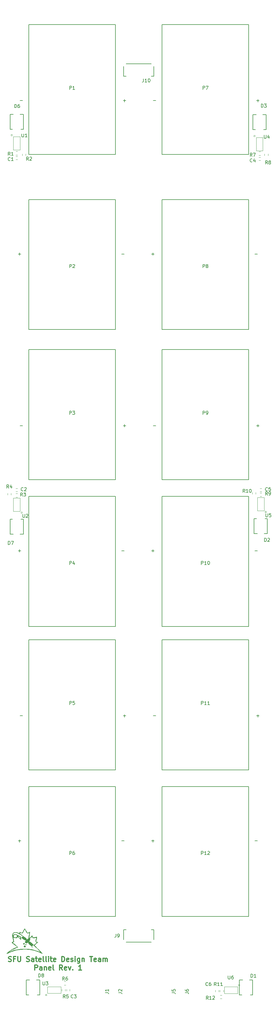
<source format=gbr>
G04 #@! TF.FileFunction,Legend,Top*
%FSLAX46Y46*%
G04 Gerber Fmt 4.6, Leading zero omitted, Abs format (unit mm)*
G04 Created by KiCad (PCBNEW 4.0.7-e2-6376~58~ubuntu16.04.1) date Sun Mar 18 17:39:43 2018*
%MOMM*%
%LPD*%
G01*
G04 APERTURE LIST*
%ADD10C,0.100000*%
%ADD11C,0.300000*%
%ADD12C,0.150000*%
%ADD13C,0.120000*%
%ADD14C,0.010000*%
G04 APERTURE END LIST*
D10*
D11*
X120942858Y-319932143D02*
X121157144Y-320003571D01*
X121514287Y-320003571D01*
X121657144Y-319932143D01*
X121728573Y-319860714D01*
X121800001Y-319717857D01*
X121800001Y-319575000D01*
X121728573Y-319432143D01*
X121657144Y-319360714D01*
X121514287Y-319289286D01*
X121228573Y-319217857D01*
X121085715Y-319146429D01*
X121014287Y-319075000D01*
X120942858Y-318932143D01*
X120942858Y-318789286D01*
X121014287Y-318646429D01*
X121085715Y-318575000D01*
X121228573Y-318503571D01*
X121585715Y-318503571D01*
X121800001Y-318575000D01*
X122942858Y-319217857D02*
X122442858Y-319217857D01*
X122442858Y-320003571D02*
X122442858Y-318503571D01*
X123157144Y-318503571D01*
X123728572Y-318503571D02*
X123728572Y-319717857D01*
X123800000Y-319860714D01*
X123871429Y-319932143D01*
X124014286Y-320003571D01*
X124300000Y-320003571D01*
X124442858Y-319932143D01*
X124514286Y-319860714D01*
X124585715Y-319717857D01*
X124585715Y-318503571D01*
X126371429Y-319932143D02*
X126585715Y-320003571D01*
X126942858Y-320003571D01*
X127085715Y-319932143D01*
X127157144Y-319860714D01*
X127228572Y-319717857D01*
X127228572Y-319575000D01*
X127157144Y-319432143D01*
X127085715Y-319360714D01*
X126942858Y-319289286D01*
X126657144Y-319217857D01*
X126514286Y-319146429D01*
X126442858Y-319075000D01*
X126371429Y-318932143D01*
X126371429Y-318789286D01*
X126442858Y-318646429D01*
X126514286Y-318575000D01*
X126657144Y-318503571D01*
X127014286Y-318503571D01*
X127228572Y-318575000D01*
X128514286Y-320003571D02*
X128514286Y-319217857D01*
X128442857Y-319075000D01*
X128300000Y-319003571D01*
X128014286Y-319003571D01*
X127871429Y-319075000D01*
X128514286Y-319932143D02*
X128371429Y-320003571D01*
X128014286Y-320003571D01*
X127871429Y-319932143D01*
X127800000Y-319789286D01*
X127800000Y-319646429D01*
X127871429Y-319503571D01*
X128014286Y-319432143D01*
X128371429Y-319432143D01*
X128514286Y-319360714D01*
X129014286Y-319003571D02*
X129585715Y-319003571D01*
X129228572Y-318503571D02*
X129228572Y-319789286D01*
X129300000Y-319932143D01*
X129442858Y-320003571D01*
X129585715Y-320003571D01*
X130657143Y-319932143D02*
X130514286Y-320003571D01*
X130228572Y-320003571D01*
X130085715Y-319932143D01*
X130014286Y-319789286D01*
X130014286Y-319217857D01*
X130085715Y-319075000D01*
X130228572Y-319003571D01*
X130514286Y-319003571D01*
X130657143Y-319075000D01*
X130728572Y-319217857D01*
X130728572Y-319360714D01*
X130014286Y-319503571D01*
X131585715Y-320003571D02*
X131442857Y-319932143D01*
X131371429Y-319789286D01*
X131371429Y-318503571D01*
X132371429Y-320003571D02*
X132228571Y-319932143D01*
X132157143Y-319789286D01*
X132157143Y-318503571D01*
X132942857Y-320003571D02*
X132942857Y-319003571D01*
X132942857Y-318503571D02*
X132871428Y-318575000D01*
X132942857Y-318646429D01*
X133014285Y-318575000D01*
X132942857Y-318503571D01*
X132942857Y-318646429D01*
X133442857Y-319003571D02*
X134014286Y-319003571D01*
X133657143Y-318503571D02*
X133657143Y-319789286D01*
X133728571Y-319932143D01*
X133871429Y-320003571D01*
X134014286Y-320003571D01*
X135085714Y-319932143D02*
X134942857Y-320003571D01*
X134657143Y-320003571D01*
X134514286Y-319932143D01*
X134442857Y-319789286D01*
X134442857Y-319217857D01*
X134514286Y-319075000D01*
X134657143Y-319003571D01*
X134942857Y-319003571D01*
X135085714Y-319075000D01*
X135157143Y-319217857D01*
X135157143Y-319360714D01*
X134442857Y-319503571D01*
X136942857Y-320003571D02*
X136942857Y-318503571D01*
X137300000Y-318503571D01*
X137514285Y-318575000D01*
X137657143Y-318717857D01*
X137728571Y-318860714D01*
X137800000Y-319146429D01*
X137800000Y-319360714D01*
X137728571Y-319646429D01*
X137657143Y-319789286D01*
X137514285Y-319932143D01*
X137300000Y-320003571D01*
X136942857Y-320003571D01*
X139014285Y-319932143D02*
X138871428Y-320003571D01*
X138585714Y-320003571D01*
X138442857Y-319932143D01*
X138371428Y-319789286D01*
X138371428Y-319217857D01*
X138442857Y-319075000D01*
X138585714Y-319003571D01*
X138871428Y-319003571D01*
X139014285Y-319075000D01*
X139085714Y-319217857D01*
X139085714Y-319360714D01*
X138371428Y-319503571D01*
X139657142Y-319932143D02*
X139799999Y-320003571D01*
X140085714Y-320003571D01*
X140228571Y-319932143D01*
X140299999Y-319789286D01*
X140299999Y-319717857D01*
X140228571Y-319575000D01*
X140085714Y-319503571D01*
X139871428Y-319503571D01*
X139728571Y-319432143D01*
X139657142Y-319289286D01*
X139657142Y-319217857D01*
X139728571Y-319075000D01*
X139871428Y-319003571D01*
X140085714Y-319003571D01*
X140228571Y-319075000D01*
X140942857Y-320003571D02*
X140942857Y-319003571D01*
X140942857Y-318503571D02*
X140871428Y-318575000D01*
X140942857Y-318646429D01*
X141014285Y-318575000D01*
X140942857Y-318503571D01*
X140942857Y-318646429D01*
X142300000Y-319003571D02*
X142300000Y-320217857D01*
X142228571Y-320360714D01*
X142157143Y-320432143D01*
X142014286Y-320503571D01*
X141800000Y-320503571D01*
X141657143Y-320432143D01*
X142300000Y-319932143D02*
X142157143Y-320003571D01*
X141871429Y-320003571D01*
X141728571Y-319932143D01*
X141657143Y-319860714D01*
X141585714Y-319717857D01*
X141585714Y-319289286D01*
X141657143Y-319146429D01*
X141728571Y-319075000D01*
X141871429Y-319003571D01*
X142157143Y-319003571D01*
X142300000Y-319075000D01*
X143014286Y-319003571D02*
X143014286Y-320003571D01*
X143014286Y-319146429D02*
X143085714Y-319075000D01*
X143228572Y-319003571D01*
X143442857Y-319003571D01*
X143585714Y-319075000D01*
X143657143Y-319217857D01*
X143657143Y-320003571D01*
X145300000Y-318503571D02*
X146157143Y-318503571D01*
X145728572Y-320003571D02*
X145728572Y-318503571D01*
X147228571Y-319932143D02*
X147085714Y-320003571D01*
X146800000Y-320003571D01*
X146657143Y-319932143D01*
X146585714Y-319789286D01*
X146585714Y-319217857D01*
X146657143Y-319075000D01*
X146800000Y-319003571D01*
X147085714Y-319003571D01*
X147228571Y-319075000D01*
X147300000Y-319217857D01*
X147300000Y-319360714D01*
X146585714Y-319503571D01*
X148585714Y-320003571D02*
X148585714Y-319217857D01*
X148514285Y-319075000D01*
X148371428Y-319003571D01*
X148085714Y-319003571D01*
X147942857Y-319075000D01*
X148585714Y-319932143D02*
X148442857Y-320003571D01*
X148085714Y-320003571D01*
X147942857Y-319932143D01*
X147871428Y-319789286D01*
X147871428Y-319646429D01*
X147942857Y-319503571D01*
X148085714Y-319432143D01*
X148442857Y-319432143D01*
X148585714Y-319360714D01*
X149300000Y-320003571D02*
X149300000Y-319003571D01*
X149300000Y-319146429D02*
X149371428Y-319075000D01*
X149514286Y-319003571D01*
X149728571Y-319003571D01*
X149871428Y-319075000D01*
X149942857Y-319217857D01*
X149942857Y-320003571D01*
X149942857Y-319217857D02*
X150014286Y-319075000D01*
X150157143Y-319003571D01*
X150371428Y-319003571D01*
X150514286Y-319075000D01*
X150585714Y-319217857D01*
X150585714Y-320003571D01*
X128835715Y-322553571D02*
X128835715Y-321053571D01*
X129407143Y-321053571D01*
X129550001Y-321125000D01*
X129621429Y-321196429D01*
X129692858Y-321339286D01*
X129692858Y-321553571D01*
X129621429Y-321696429D01*
X129550001Y-321767857D01*
X129407143Y-321839286D01*
X128835715Y-321839286D01*
X130978572Y-322553571D02*
X130978572Y-321767857D01*
X130907143Y-321625000D01*
X130764286Y-321553571D01*
X130478572Y-321553571D01*
X130335715Y-321625000D01*
X130978572Y-322482143D02*
X130835715Y-322553571D01*
X130478572Y-322553571D01*
X130335715Y-322482143D01*
X130264286Y-322339286D01*
X130264286Y-322196429D01*
X130335715Y-322053571D01*
X130478572Y-321982143D01*
X130835715Y-321982143D01*
X130978572Y-321910714D01*
X131692858Y-321553571D02*
X131692858Y-322553571D01*
X131692858Y-321696429D02*
X131764286Y-321625000D01*
X131907144Y-321553571D01*
X132121429Y-321553571D01*
X132264286Y-321625000D01*
X132335715Y-321767857D01*
X132335715Y-322553571D01*
X133621429Y-322482143D02*
X133478572Y-322553571D01*
X133192858Y-322553571D01*
X133050001Y-322482143D01*
X132978572Y-322339286D01*
X132978572Y-321767857D01*
X133050001Y-321625000D01*
X133192858Y-321553571D01*
X133478572Y-321553571D01*
X133621429Y-321625000D01*
X133692858Y-321767857D01*
X133692858Y-321910714D01*
X132978572Y-322053571D01*
X134550001Y-322553571D02*
X134407143Y-322482143D01*
X134335715Y-322339286D01*
X134335715Y-321053571D01*
X137121429Y-322553571D02*
X136621429Y-321839286D01*
X136264286Y-322553571D02*
X136264286Y-321053571D01*
X136835714Y-321053571D01*
X136978572Y-321125000D01*
X137050000Y-321196429D01*
X137121429Y-321339286D01*
X137121429Y-321553571D01*
X137050000Y-321696429D01*
X136978572Y-321767857D01*
X136835714Y-321839286D01*
X136264286Y-321839286D01*
X138335714Y-322482143D02*
X138192857Y-322553571D01*
X137907143Y-322553571D01*
X137764286Y-322482143D01*
X137692857Y-322339286D01*
X137692857Y-321767857D01*
X137764286Y-321625000D01*
X137907143Y-321553571D01*
X138192857Y-321553571D01*
X138335714Y-321625000D01*
X138407143Y-321767857D01*
X138407143Y-321910714D01*
X137692857Y-322053571D01*
X138907143Y-321553571D02*
X139264286Y-322553571D01*
X139621428Y-321553571D01*
X140192857Y-322410714D02*
X140264285Y-322482143D01*
X140192857Y-322553571D01*
X140121428Y-322482143D01*
X140192857Y-322410714D01*
X140192857Y-322553571D01*
X142835714Y-322553571D02*
X141978571Y-322553571D01*
X142407143Y-322553571D02*
X142407143Y-321053571D01*
X142264286Y-321267857D01*
X142121428Y-321410714D01*
X141978571Y-321482143D01*
D12*
X120861905Y-194952381D02*
X120861905Y-193952381D01*
X121100000Y-193952381D01*
X121242858Y-194000000D01*
X121338096Y-194095238D01*
X121385715Y-194190476D01*
X121433334Y-194380952D01*
X121433334Y-194523810D01*
X121385715Y-194714286D01*
X121338096Y-194809524D01*
X121242858Y-194904762D01*
X121100000Y-194952381D01*
X120861905Y-194952381D01*
X121766667Y-193952381D02*
X122433334Y-193952381D01*
X122004762Y-194952381D01*
X122761905Y-63952381D02*
X122761905Y-62952381D01*
X123000000Y-62952381D01*
X123142858Y-63000000D01*
X123238096Y-63095238D01*
X123285715Y-63190476D01*
X123333334Y-63380952D01*
X123333334Y-63523810D01*
X123285715Y-63714286D01*
X123238096Y-63809524D01*
X123142858Y-63904762D01*
X123000000Y-63952381D01*
X122761905Y-63952381D01*
X124190477Y-62952381D02*
X124000000Y-62952381D01*
X123904762Y-63000000D01*
X123857143Y-63047619D01*
X123761905Y-63190476D01*
X123714286Y-63380952D01*
X123714286Y-63761905D01*
X123761905Y-63857143D01*
X123809524Y-63904762D01*
X123904762Y-63952381D01*
X124095239Y-63952381D01*
X124190477Y-63904762D01*
X124238096Y-63857143D01*
X124285715Y-63761905D01*
X124285715Y-63523810D01*
X124238096Y-63428571D01*
X124190477Y-63380952D01*
X124095239Y-63333333D01*
X123904762Y-63333333D01*
X123809524Y-63380952D01*
X123761905Y-63428571D01*
X123714286Y-63523810D01*
X196761905Y-63852381D02*
X196761905Y-62852381D01*
X197000000Y-62852381D01*
X197142858Y-62900000D01*
X197238096Y-62995238D01*
X197285715Y-63090476D01*
X197333334Y-63280952D01*
X197333334Y-63423810D01*
X197285715Y-63614286D01*
X197238096Y-63709524D01*
X197142858Y-63804762D01*
X197000000Y-63852381D01*
X196761905Y-63852381D01*
X197666667Y-62852381D02*
X198285715Y-62852381D01*
X197952381Y-63233333D01*
X198095239Y-63233333D01*
X198190477Y-63280952D01*
X198238096Y-63328571D01*
X198285715Y-63423810D01*
X198285715Y-63661905D01*
X198238096Y-63757143D01*
X198190477Y-63804762D01*
X198095239Y-63852381D01*
X197809524Y-63852381D01*
X197714286Y-63804762D01*
X197666667Y-63757143D01*
X197761905Y-194052381D02*
X197761905Y-193052381D01*
X198000000Y-193052381D01*
X198142858Y-193100000D01*
X198238096Y-193195238D01*
X198285715Y-193290476D01*
X198333334Y-193480952D01*
X198333334Y-193623810D01*
X198285715Y-193814286D01*
X198238096Y-193909524D01*
X198142858Y-194004762D01*
X198000000Y-194052381D01*
X197761905Y-194052381D01*
X198714286Y-193147619D02*
X198761905Y-193100000D01*
X198857143Y-193052381D01*
X199095239Y-193052381D01*
X199190477Y-193100000D01*
X199238096Y-193147619D01*
X199285715Y-193242857D01*
X199285715Y-193338095D01*
X199238096Y-193480952D01*
X198666667Y-194052381D01*
X199285715Y-194052381D01*
X193661905Y-324752381D02*
X193661905Y-323752381D01*
X193900000Y-323752381D01*
X194042858Y-323800000D01*
X194138096Y-323895238D01*
X194185715Y-323990476D01*
X194233334Y-324180952D01*
X194233334Y-324323810D01*
X194185715Y-324514286D01*
X194138096Y-324609524D01*
X194042858Y-324704762D01*
X193900000Y-324752381D01*
X193661905Y-324752381D01*
X195185715Y-324752381D02*
X194614286Y-324752381D01*
X194900000Y-324752381D02*
X194900000Y-323752381D01*
X194804762Y-323895238D01*
X194709524Y-323990476D01*
X194614286Y-324038095D01*
X129961905Y-324652381D02*
X129961905Y-323652381D01*
X130200000Y-323652381D01*
X130342858Y-323700000D01*
X130438096Y-323795238D01*
X130485715Y-323890476D01*
X130533334Y-324080952D01*
X130533334Y-324223810D01*
X130485715Y-324414286D01*
X130438096Y-324509524D01*
X130342858Y-324604762D01*
X130200000Y-324652381D01*
X129961905Y-324652381D01*
X131104762Y-324080952D02*
X131009524Y-324033333D01*
X130961905Y-323985714D01*
X130914286Y-323890476D01*
X130914286Y-323842857D01*
X130961905Y-323747619D01*
X131009524Y-323700000D01*
X131104762Y-323652381D01*
X131295239Y-323652381D01*
X131390477Y-323700000D01*
X131438096Y-323747619D01*
X131485715Y-323842857D01*
X131485715Y-323890476D01*
X131438096Y-323985714D01*
X131390477Y-324033333D01*
X131295239Y-324080952D01*
X131104762Y-324080952D01*
X131009524Y-324128571D01*
X130961905Y-324176190D01*
X130914286Y-324271429D01*
X130914286Y-324461905D01*
X130961905Y-324557143D01*
X131009524Y-324604762D01*
X131104762Y-324652381D01*
X131295239Y-324652381D01*
X131390477Y-324604762D01*
X131438096Y-324557143D01*
X131485715Y-324461905D01*
X131485715Y-324271429D01*
X131438096Y-324176190D01*
X131390477Y-324128571D01*
X131295239Y-324080952D01*
X167000000Y-262500000D02*
X167000000Y-223500000D01*
X193000000Y-262500000D02*
X167000000Y-262500000D01*
X193000000Y-223500000D02*
X167000000Y-223500000D01*
X193000000Y-262500000D02*
X193000000Y-223500000D01*
X195000000Y-70500000D02*
X194250000Y-70500000D01*
X198250000Y-70500000D02*
X197500000Y-70500000D01*
X197250000Y-66000000D02*
X198250000Y-66000000D01*
X194250000Y-66000000D02*
X195250000Y-66000000D01*
X198250000Y-66000000D02*
X198250000Y-70500000D01*
X194250000Y-66000000D02*
X194250000Y-70500000D01*
X167000000Y-175500000D02*
X167000000Y-136500000D01*
X193000000Y-175500000D02*
X167000000Y-175500000D01*
X193000000Y-136500000D02*
X167000000Y-136500000D01*
X193000000Y-175500000D02*
X193000000Y-136500000D01*
X127050000Y-330050000D02*
X126300000Y-330050000D01*
X130300000Y-330050000D02*
X129550000Y-330050000D01*
X129300000Y-325550000D02*
X130300000Y-325550000D01*
X126300000Y-325550000D02*
X127300000Y-325550000D01*
X130300000Y-325550000D02*
X130300000Y-330050000D01*
X126300000Y-325550000D02*
X126300000Y-330050000D01*
D10*
X190323607Y-327100000D02*
G75*
G03X190323607Y-327100000I-223607J0D01*
G01*
X185700000Y-329600000D02*
X185700000Y-327600000D01*
X189700000Y-327600000D02*
X185700000Y-327600000D01*
X189700000Y-329600000D02*
X185700000Y-329600000D01*
X185700000Y-329600000D02*
X189700000Y-329600000D01*
X189700000Y-329600000D02*
X185700000Y-329600000D01*
X185700000Y-329600000D02*
X185700000Y-327600000D01*
X185700000Y-327600000D02*
X189700000Y-327600000D01*
X189700000Y-327600000D02*
X189700000Y-329600000D01*
X194973607Y-72450000D02*
G75*
G03X194973607Y-72450000I-223607J0D01*
G01*
X197250000Y-76850000D02*
X195250000Y-76850000D01*
X195250000Y-72850000D02*
X195250000Y-76850000D01*
X197250000Y-72850000D02*
X197250000Y-76850000D01*
X197250000Y-76850000D02*
X197250000Y-72850000D01*
X197250000Y-72850000D02*
X197250000Y-76850000D01*
X197250000Y-76850000D02*
X195250000Y-76850000D01*
X195250000Y-76850000D02*
X195250000Y-72850000D01*
X195250000Y-72850000D02*
X197250000Y-72850000D01*
X125123607Y-185400000D02*
G75*
G03X125123607Y-185400000I-223607J0D01*
G01*
X122400000Y-181000000D02*
X124400000Y-181000000D01*
X124400000Y-185000000D02*
X124400000Y-181000000D01*
X122400000Y-185000000D02*
X122400000Y-181000000D01*
X122400000Y-181000000D02*
X122400000Y-185000000D01*
X122400000Y-185000000D02*
X122400000Y-181000000D01*
X122400000Y-181000000D02*
X124400000Y-181000000D01*
X124400000Y-181000000D02*
X124400000Y-185000000D01*
X124400000Y-185000000D02*
X122400000Y-185000000D01*
X122123607Y-72200000D02*
G75*
G03X122123607Y-72200000I-223607J0D01*
G01*
X124400000Y-76600000D02*
X122400000Y-76600000D01*
X122400000Y-72600000D02*
X122400000Y-76600000D01*
X124400000Y-72600000D02*
X124400000Y-76600000D01*
X124400000Y-76600000D02*
X124400000Y-72600000D01*
X124400000Y-72600000D02*
X124400000Y-76600000D01*
X124400000Y-76600000D02*
X122400000Y-76600000D01*
X122400000Y-76600000D02*
X122400000Y-72600000D01*
X122400000Y-72600000D02*
X124400000Y-72600000D01*
D13*
X184450000Y-331130000D02*
X184950000Y-331130000D01*
X184950000Y-330070000D02*
X184450000Y-330070000D01*
X184370000Y-328550000D02*
X184370000Y-329050000D01*
X185430000Y-329050000D02*
X185430000Y-328550000D01*
X194070000Y-179350000D02*
X194070000Y-179850000D01*
X195130000Y-179850000D02*
X195130000Y-179350000D01*
X196850000Y-179470000D02*
X196350000Y-179470000D01*
X196350000Y-180530000D02*
X196850000Y-180530000D01*
X198780000Y-78300000D02*
X198780000Y-77800000D01*
X197720000Y-77800000D02*
X197720000Y-78300000D01*
X196000000Y-78180000D02*
X196500000Y-78180000D01*
X196500000Y-77120000D02*
X196000000Y-77120000D01*
X138150000Y-325970000D02*
X137650000Y-325970000D01*
X137650000Y-327030000D02*
X138150000Y-327030000D01*
X137969998Y-328800000D02*
X137969998Y-328300000D01*
X136909998Y-328300000D02*
X136909998Y-328800000D01*
X120670000Y-179550000D02*
X120670000Y-180050000D01*
X121730000Y-180050000D02*
X121730000Y-179550000D01*
X123650000Y-179670000D02*
X123150000Y-179670000D01*
X123150000Y-180730000D02*
X123650000Y-180730000D01*
X126130000Y-78300000D02*
X126130000Y-77800000D01*
X125070000Y-77800000D02*
X125070000Y-78300000D01*
X123150000Y-78130000D02*
X123650000Y-78130000D01*
X123650000Y-77070000D02*
X123150000Y-77070000D01*
X183030000Y-328550000D02*
X183030000Y-329050000D01*
X183970000Y-329050000D02*
X183970000Y-328550000D01*
X196850000Y-178130000D02*
X196350000Y-178130000D01*
X196350000Y-179070000D02*
X196850000Y-179070000D01*
X196000000Y-79720000D02*
X196500000Y-79720000D01*
X196500000Y-78780000D02*
X196000000Y-78780000D01*
X139309998Y-328800000D02*
X139309998Y-328300000D01*
X138369998Y-328300000D02*
X138369998Y-328800000D01*
X123650000Y-178130000D02*
X123150000Y-178130000D01*
X123150000Y-179070000D02*
X123650000Y-179070000D01*
X123150000Y-79470000D02*
X123650000Y-79470000D01*
X123650000Y-78530000D02*
X123150000Y-78530000D01*
D12*
X193000000Y-267500000D02*
X193000000Y-306500000D01*
X167000000Y-267500000D02*
X193000000Y-267500000D01*
X167000000Y-306500000D02*
X193000000Y-306500000D01*
X167000000Y-267500000D02*
X167000000Y-306500000D01*
X193000000Y-180500000D02*
X193000000Y-219500000D01*
X167000000Y-180500000D02*
X193000000Y-180500000D01*
X167000000Y-219500000D02*
X193000000Y-219500000D01*
X167000000Y-180500000D02*
X167000000Y-219500000D01*
X193000000Y-91500000D02*
X193000000Y-130500000D01*
X167000000Y-91500000D02*
X193000000Y-91500000D01*
X167000000Y-130500000D02*
X193000000Y-130500000D01*
X167000000Y-91500000D02*
X167000000Y-130500000D01*
X167000000Y-78000000D02*
X167000000Y-39000000D01*
X193000000Y-78000000D02*
X167000000Y-78000000D01*
X193000000Y-39000000D02*
X167000000Y-39000000D01*
X193000000Y-78000000D02*
X193000000Y-39000000D01*
X153000000Y-267500000D02*
X153000000Y-306500000D01*
X127000000Y-267500000D02*
X153000000Y-267500000D01*
X127000000Y-306500000D02*
X153000000Y-306500000D01*
X127000000Y-267500000D02*
X127000000Y-306500000D01*
X127000000Y-262500000D02*
X127000000Y-223500000D01*
X153000000Y-262500000D02*
X127000000Y-262500000D01*
X153000000Y-223500000D02*
X127000000Y-223500000D01*
X153000000Y-262500000D02*
X153000000Y-223500000D01*
X190950000Y-330050000D02*
X190200000Y-330050000D01*
X194200000Y-330050000D02*
X193450000Y-330050000D01*
X193200000Y-325550000D02*
X194200000Y-325550000D01*
X190200000Y-325550000D02*
X191200000Y-325550000D01*
X194200000Y-325550000D02*
X194200000Y-330050000D01*
X190200000Y-325550000D02*
X190200000Y-330050000D01*
X197850000Y-187150000D02*
X198600000Y-187150000D01*
X194600000Y-187150000D02*
X195350000Y-187150000D01*
X195600000Y-191650000D02*
X194600000Y-191650000D01*
X198600000Y-191650000D02*
X197600000Y-191650000D01*
X194600000Y-191650000D02*
X194600000Y-187150000D01*
X198600000Y-191650000D02*
X198600000Y-187150000D01*
X127000000Y-78000000D02*
X127000000Y-39000000D01*
X153000000Y-78000000D02*
X127000000Y-78000000D01*
X153000000Y-39000000D02*
X127000000Y-39000000D01*
X153000000Y-78000000D02*
X153000000Y-39000000D01*
X153000000Y-91500000D02*
X153000000Y-130500000D01*
X127000000Y-91500000D02*
X153000000Y-91500000D01*
X127000000Y-130500000D02*
X153000000Y-130500000D01*
X127000000Y-91500000D02*
X127000000Y-130500000D01*
X127000000Y-175500000D02*
X127000000Y-136500000D01*
X153000000Y-175500000D02*
X127000000Y-175500000D01*
X153000000Y-136500000D02*
X127000000Y-136500000D01*
X153000000Y-175500000D02*
X153000000Y-136500000D01*
X153000000Y-180500000D02*
X153000000Y-219500000D01*
X127000000Y-180500000D02*
X153000000Y-180500000D01*
X127000000Y-219500000D02*
X153000000Y-219500000D01*
X127000000Y-180500000D02*
X127000000Y-219500000D01*
X122150000Y-70450000D02*
X121400000Y-70450000D01*
X125400000Y-70450000D02*
X124650000Y-70450000D01*
X124400000Y-65950000D02*
X125400000Y-65950000D01*
X121400000Y-65950000D02*
X122400000Y-65950000D01*
X125400000Y-65950000D02*
X125400000Y-70450000D01*
X121400000Y-65950000D02*
X121400000Y-70450000D01*
X163750000Y-50800000D02*
X156250000Y-50800000D01*
X164500000Y-54550000D02*
X164500000Y-51550000D01*
X163750000Y-54550000D02*
X164500000Y-54550000D01*
X155500000Y-54550000D02*
X155500000Y-51550000D01*
X155750000Y-54550000D02*
X155500000Y-54550000D01*
X156000000Y-54550000D02*
X155750000Y-54550000D01*
X156250000Y-54550000D02*
X156000000Y-54550000D01*
X156250000Y-314200000D02*
X163750000Y-314200000D01*
X155500000Y-310450000D02*
X155500000Y-313450000D01*
X156250000Y-310450000D02*
X155500000Y-310450000D01*
X164500000Y-310450000D02*
X164500000Y-313450000D01*
X164250000Y-310450000D02*
X164500000Y-310450000D01*
X164000000Y-310450000D02*
X164250000Y-310450000D01*
X163750000Y-310450000D02*
X164000000Y-310450000D01*
X124650000Y-187350000D02*
X125400000Y-187350000D01*
X121400000Y-187350000D02*
X122150000Y-187350000D01*
X122400000Y-191850000D02*
X121400000Y-191850000D01*
X125400000Y-191850000D02*
X124400000Y-191850000D01*
X121400000Y-191850000D02*
X121400000Y-187350000D01*
X125400000Y-191850000D02*
X125400000Y-187350000D01*
D10*
X132463605Y-330050000D02*
G75*
G03X132463605Y-330050000I-223607J0D01*
G01*
X136639998Y-327550000D02*
X136639998Y-329550000D01*
X132639998Y-329550000D02*
X136639998Y-329550000D01*
X132639998Y-327550000D02*
X136639998Y-327550000D01*
X136639998Y-327550000D02*
X132639998Y-327550000D01*
X132639998Y-327550000D02*
X136639998Y-327550000D01*
X136639998Y-327550000D02*
X136639998Y-329550000D01*
X136639998Y-329550000D02*
X132639998Y-329550000D01*
X132639998Y-329550000D02*
X132639998Y-327550000D01*
X198323607Y-185200000D02*
G75*
G03X198323607Y-185200000I-223607J0D01*
G01*
X195600000Y-180800000D02*
X197600000Y-180800000D01*
X197600000Y-184800000D02*
X197600000Y-180800000D01*
X195600000Y-184800000D02*
X195600000Y-180800000D01*
X195600000Y-180800000D02*
X195600000Y-184800000D01*
X195600000Y-184800000D02*
X195600000Y-180800000D01*
X195600000Y-180800000D02*
X197600000Y-180800000D01*
X197600000Y-180800000D02*
X197600000Y-184800000D01*
X197600000Y-184800000D02*
X195600000Y-184800000D01*
D14*
G36*
X125843536Y-310159689D02*
X125961410Y-310345070D01*
X126111358Y-310610617D01*
X126160995Y-310703833D01*
X126317392Y-310996523D01*
X126447378Y-311230473D01*
X126528464Y-311365485D01*
X126539380Y-311380127D01*
X126641113Y-311382612D01*
X126829424Y-311314229D01*
X126909387Y-311274293D01*
X127121217Y-311169287D01*
X127270648Y-311110520D01*
X127295715Y-311106000D01*
X127324059Y-311180781D01*
X127317548Y-311372818D01*
X127296022Y-311529333D01*
X127234795Y-311889116D01*
X127170079Y-312269255D01*
X127152975Y-312369692D01*
X127118074Y-312622330D01*
X127130088Y-312755608D01*
X127196788Y-312814915D01*
X127231048Y-312825708D01*
X127396091Y-312791060D01*
X127598717Y-312636252D01*
X127614246Y-312620349D01*
X127741817Y-312468826D01*
X127781303Y-312381559D01*
X127769007Y-312373425D01*
X127765584Y-312337892D01*
X127847916Y-312278909D01*
X128011432Y-312248791D01*
X128117333Y-312369044D01*
X128154037Y-312611749D01*
X128166237Y-312722450D01*
X128228818Y-312771935D01*
X128383678Y-312772997D01*
X128599834Y-312747882D01*
X128896877Y-312700462D01*
X129153168Y-312644186D01*
X129244271Y-312616473D01*
X129377858Y-312579915D01*
X129420957Y-312634949D01*
X129402782Y-312818909D01*
X129402768Y-312819007D01*
X129354693Y-313065838D01*
X129279452Y-313379889D01*
X129237365Y-313536443D01*
X129113404Y-313977220D01*
X129405398Y-314093683D01*
X129697392Y-314210145D01*
X129201529Y-314623889D01*
X128959511Y-314825246D01*
X128771096Y-314980918D01*
X128671249Y-315062043D01*
X128665349Y-315066523D01*
X128710991Y-315131204D01*
X128861545Y-315295423D01*
X129099765Y-315541456D01*
X129408404Y-315851579D01*
X129770213Y-316208067D01*
X129884543Y-316319457D01*
X130258695Y-316687147D01*
X130584316Y-317014979D01*
X130844201Y-317284975D01*
X131021144Y-317479153D01*
X131097940Y-317579535D01*
X131098989Y-317588566D01*
X131003809Y-317580697D01*
X130823586Y-317505013D01*
X130768796Y-317475986D01*
X130554188Y-317369962D01*
X130240913Y-317230247D01*
X129888627Y-317083222D01*
X129806334Y-317050345D01*
X128524190Y-316632605D01*
X127210311Y-316377200D01*
X125879486Y-316283650D01*
X124546505Y-316351474D01*
X123226157Y-316580191D01*
X121933232Y-316969321D01*
X121056953Y-317334779D01*
X120761458Y-317469528D01*
X120526845Y-317570137D01*
X120393394Y-317619533D01*
X120379620Y-317621861D01*
X120406488Y-317568948D01*
X120532125Y-317434502D01*
X120704667Y-317270510D01*
X120909403Y-317103791D01*
X121094037Y-317103791D01*
X121136773Y-317118656D01*
X121300250Y-317075222D01*
X121549981Y-316982850D01*
X121570723Y-316974416D01*
X121960742Y-316826173D01*
X122395219Y-316677457D01*
X122652000Y-316598160D01*
X123610226Y-316378799D01*
X124659892Y-316239034D01*
X125741500Y-316182181D01*
X126795555Y-316211553D01*
X127689667Y-316317554D01*
X128091485Y-316403378D01*
X128596677Y-316535745D01*
X129151381Y-316698341D01*
X129701736Y-316874848D01*
X130193883Y-317048951D01*
X130480134Y-317162881D01*
X130475652Y-317130353D01*
X130364193Y-316997563D01*
X130161332Y-316781106D01*
X129882644Y-316497575D01*
X129543704Y-316163563D01*
X129526316Y-316146671D01*
X128406698Y-315059692D01*
X128640849Y-314912183D01*
X128856587Y-314760823D01*
X129105384Y-314565609D01*
X129171334Y-314510103D01*
X129467667Y-314255531D01*
X129234834Y-314148842D01*
X129101417Y-314083249D01*
X129031071Y-314012343D01*
X129018924Y-313895948D01*
X129060109Y-313693886D01*
X129142931Y-313390542D01*
X129208370Y-313117049D01*
X129237792Y-312911982D01*
X129228119Y-312827897D01*
X129121388Y-312814466D01*
X128904428Y-312838241D01*
X128707465Y-312876196D01*
X128380276Y-312934404D01*
X128183576Y-312924636D01*
X128089897Y-312839924D01*
X128070667Y-312714666D01*
X128035780Y-312548697D01*
X127928626Y-312530569D01*
X127745466Y-312660600D01*
X127653808Y-312750320D01*
X127472132Y-312921298D01*
X127338452Y-312984295D01*
X127193395Y-312962270D01*
X127147859Y-312945968D01*
X126916266Y-312858551D01*
X127026970Y-312257442D01*
X127088849Y-311928798D01*
X127144934Y-311643544D01*
X127183147Y-311463101D01*
X127183318Y-311462376D01*
X127204766Y-311335983D01*
X127157726Y-311314034D01*
X127003983Y-311384785D01*
X126976685Y-311398876D01*
X126755531Y-311495337D01*
X126588675Y-311504513D01*
X126443371Y-311408238D01*
X126286871Y-311188345D01*
X126146079Y-310938104D01*
X125990036Y-310661188D01*
X125860353Y-310453327D01*
X125779876Y-310350517D01*
X125769896Y-310345437D01*
X125707123Y-310414745D01*
X125593880Y-310599105D01*
X125452975Y-310860913D01*
X125431229Y-310903811D01*
X125279339Y-311182667D01*
X125140803Y-311397115D01*
X125043200Y-311504945D01*
X125036138Y-311508489D01*
X124890231Y-311503911D01*
X124676549Y-311434995D01*
X124633971Y-311415714D01*
X124446017Y-311332324D01*
X124364739Y-311328928D01*
X124345620Y-311409271D01*
X124345334Y-311439989D01*
X124390444Y-311612354D01*
X124541631Y-311787573D01*
X124822680Y-311991417D01*
X124897875Y-312038698D01*
X125074569Y-312161781D01*
X125160159Y-312249575D01*
X125160070Y-312266819D01*
X125074362Y-312245436D01*
X124895728Y-312147569D01*
X124729605Y-312039584D01*
X124225534Y-311734226D01*
X123707360Y-311492940D01*
X123229970Y-311339798D01*
X123062913Y-311308639D01*
X122798484Y-311290132D01*
X122614309Y-311339206D01*
X122445073Y-311461447D01*
X122283083Y-311644126D01*
X122196610Y-311877599D01*
X122165745Y-312094814D01*
X122157422Y-312384537D01*
X122194928Y-312555625D01*
X122217982Y-312581063D01*
X122277643Y-312579233D01*
X122264765Y-312517281D01*
X122265258Y-312364979D01*
X122270677Y-312344921D01*
X122450841Y-312344921D01*
X122456144Y-312559708D01*
X122519807Y-312664046D01*
X122685542Y-312716185D01*
X122736667Y-312725820D01*
X123067341Y-312769577D01*
X123269166Y-312747281D01*
X123372453Y-312650698D01*
X123400946Y-312545333D01*
X123455671Y-312340773D01*
X123510620Y-312237807D01*
X123693304Y-312237807D01*
X123724564Y-312316747D01*
X123846367Y-312487845D01*
X124034822Y-312718443D01*
X124098696Y-312791971D01*
X124309594Y-313025829D01*
X124473698Y-313197019D01*
X124563233Y-313276924D01*
X124571329Y-313278893D01*
X124566405Y-313190758D01*
X124524526Y-313002602D01*
X124511304Y-312953283D01*
X124364522Y-312667421D01*
X124082496Y-312422535D01*
X123874933Y-312298640D01*
X123729521Y-312236740D01*
X123693304Y-312237807D01*
X123510620Y-312237807D01*
X123513777Y-312231893D01*
X123522621Y-312142836D01*
X123388647Y-312046570D01*
X123283658Y-311999060D01*
X122921415Y-311884790D01*
X122668317Y-311895428D01*
X122515120Y-312034813D01*
X122452581Y-312306783D01*
X122450841Y-312344921D01*
X122270677Y-312344921D01*
X122325495Y-312142051D01*
X122346081Y-312089550D01*
X122445804Y-311891648D01*
X122566785Y-311804463D01*
X122777786Y-311783513D01*
X122819428Y-311783333D01*
X123135303Y-311836090D01*
X123536989Y-311982486D01*
X123982814Y-312204710D01*
X124382010Y-312451191D01*
X124549573Y-312600307D01*
X124633513Y-312794327D01*
X124662710Y-313005933D01*
X124666730Y-313252439D01*
X124618941Y-313368778D01*
X124507763Y-313353083D01*
X124321615Y-313203488D01*
X124048915Y-312918128D01*
X124037217Y-312905166D01*
X123813902Y-312660633D01*
X123674778Y-312537210D01*
X123588674Y-312532051D01*
X123524420Y-312642310D01*
X123455030Y-312851989D01*
X123383669Y-312941743D01*
X123223632Y-312946382D01*
X123137530Y-312930103D01*
X122852729Y-312874715D01*
X122555375Y-312825201D01*
X122247084Y-312779507D01*
X122417206Y-313399921D01*
X122494598Y-313722907D01*
X122525902Y-313948864D01*
X122506950Y-314046917D01*
X122504671Y-314047887D01*
X122373016Y-314117158D01*
X122273870Y-314183765D01*
X122223904Y-314238584D01*
X122231425Y-314309383D01*
X122313497Y-314415859D01*
X122487182Y-314577711D01*
X122769542Y-314814637D01*
X122942807Y-314956035D01*
X123247528Y-315211946D01*
X123489628Y-315431335D01*
X123646334Y-315592339D01*
X123694876Y-315673097D01*
X123692777Y-315676026D01*
X123586057Y-315731274D01*
X123364489Y-315826644D01*
X123072000Y-315943401D01*
X123010335Y-315967106D01*
X122707944Y-316099174D01*
X122353504Y-316279086D01*
X121983718Y-316485071D01*
X121635289Y-316695359D01*
X121344917Y-316888180D01*
X121149306Y-317041763D01*
X121094037Y-317103791D01*
X120909403Y-317103791D01*
X121194400Y-316871716D01*
X121768973Y-316479916D01*
X122363331Y-316136101D01*
X122904501Y-315884360D01*
X123188091Y-315766784D01*
X123397015Y-315668117D01*
X123492783Y-315606818D01*
X123495031Y-315601124D01*
X123430827Y-315532506D01*
X123258634Y-315382557D01*
X123004596Y-315173303D01*
X122694857Y-314926768D01*
X122690697Y-314923508D01*
X122314073Y-314622594D01*
X122064547Y-314407355D01*
X121931081Y-314265523D01*
X121902636Y-314184831D01*
X121968175Y-314153013D01*
X121995834Y-314151307D01*
X122144786Y-314101306D01*
X122252483Y-314034202D01*
X122345843Y-313930477D01*
X122360176Y-313783446D01*
X122321591Y-313592395D01*
X122256351Y-313331453D01*
X122170849Y-312990060D01*
X122101792Y-312714667D01*
X122022966Y-312184568D01*
X122072464Y-311760905D01*
X122241821Y-311450302D01*
X122522569Y-311259386D01*
X122906243Y-311194783D01*
X123384375Y-311263118D01*
X123783296Y-311398737D01*
X124279591Y-311602788D01*
X124229912Y-311354394D01*
X124203139Y-311191707D01*
X124228453Y-311124736D01*
X124336823Y-311147720D01*
X124559220Y-311254899D01*
X124614192Y-311282913D01*
X124776716Y-311366278D01*
X124891851Y-311404320D01*
X124985331Y-311377098D01*
X125082891Y-311264667D01*
X125210264Y-311047086D01*
X125393186Y-310704410D01*
X125416054Y-310661500D01*
X125568272Y-310389572D01*
X125694792Y-310187826D01*
X125772276Y-310092930D01*
X125779797Y-310090000D01*
X125843536Y-310159689D01*
X125843536Y-310159689D01*
G37*
X125843536Y-310159689D02*
X125961410Y-310345070D01*
X126111358Y-310610617D01*
X126160995Y-310703833D01*
X126317392Y-310996523D01*
X126447378Y-311230473D01*
X126528464Y-311365485D01*
X126539380Y-311380127D01*
X126641113Y-311382612D01*
X126829424Y-311314229D01*
X126909387Y-311274293D01*
X127121217Y-311169287D01*
X127270648Y-311110520D01*
X127295715Y-311106000D01*
X127324059Y-311180781D01*
X127317548Y-311372818D01*
X127296022Y-311529333D01*
X127234795Y-311889116D01*
X127170079Y-312269255D01*
X127152975Y-312369692D01*
X127118074Y-312622330D01*
X127130088Y-312755608D01*
X127196788Y-312814915D01*
X127231048Y-312825708D01*
X127396091Y-312791060D01*
X127598717Y-312636252D01*
X127614246Y-312620349D01*
X127741817Y-312468826D01*
X127781303Y-312381559D01*
X127769007Y-312373425D01*
X127765584Y-312337892D01*
X127847916Y-312278909D01*
X128011432Y-312248791D01*
X128117333Y-312369044D01*
X128154037Y-312611749D01*
X128166237Y-312722450D01*
X128228818Y-312771935D01*
X128383678Y-312772997D01*
X128599834Y-312747882D01*
X128896877Y-312700462D01*
X129153168Y-312644186D01*
X129244271Y-312616473D01*
X129377858Y-312579915D01*
X129420957Y-312634949D01*
X129402782Y-312818909D01*
X129402768Y-312819007D01*
X129354693Y-313065838D01*
X129279452Y-313379889D01*
X129237365Y-313536443D01*
X129113404Y-313977220D01*
X129405398Y-314093683D01*
X129697392Y-314210145D01*
X129201529Y-314623889D01*
X128959511Y-314825246D01*
X128771096Y-314980918D01*
X128671249Y-315062043D01*
X128665349Y-315066523D01*
X128710991Y-315131204D01*
X128861545Y-315295423D01*
X129099765Y-315541456D01*
X129408404Y-315851579D01*
X129770213Y-316208067D01*
X129884543Y-316319457D01*
X130258695Y-316687147D01*
X130584316Y-317014979D01*
X130844201Y-317284975D01*
X131021144Y-317479153D01*
X131097940Y-317579535D01*
X131098989Y-317588566D01*
X131003809Y-317580697D01*
X130823586Y-317505013D01*
X130768796Y-317475986D01*
X130554188Y-317369962D01*
X130240913Y-317230247D01*
X129888627Y-317083222D01*
X129806334Y-317050345D01*
X128524190Y-316632605D01*
X127210311Y-316377200D01*
X125879486Y-316283650D01*
X124546505Y-316351474D01*
X123226157Y-316580191D01*
X121933232Y-316969321D01*
X121056953Y-317334779D01*
X120761458Y-317469528D01*
X120526845Y-317570137D01*
X120393394Y-317619533D01*
X120379620Y-317621861D01*
X120406488Y-317568948D01*
X120532125Y-317434502D01*
X120704667Y-317270510D01*
X120909403Y-317103791D01*
X121094037Y-317103791D01*
X121136773Y-317118656D01*
X121300250Y-317075222D01*
X121549981Y-316982850D01*
X121570723Y-316974416D01*
X121960742Y-316826173D01*
X122395219Y-316677457D01*
X122652000Y-316598160D01*
X123610226Y-316378799D01*
X124659892Y-316239034D01*
X125741500Y-316182181D01*
X126795555Y-316211553D01*
X127689667Y-316317554D01*
X128091485Y-316403378D01*
X128596677Y-316535745D01*
X129151381Y-316698341D01*
X129701736Y-316874848D01*
X130193883Y-317048951D01*
X130480134Y-317162881D01*
X130475652Y-317130353D01*
X130364193Y-316997563D01*
X130161332Y-316781106D01*
X129882644Y-316497575D01*
X129543704Y-316163563D01*
X129526316Y-316146671D01*
X128406698Y-315059692D01*
X128640849Y-314912183D01*
X128856587Y-314760823D01*
X129105384Y-314565609D01*
X129171334Y-314510103D01*
X129467667Y-314255531D01*
X129234834Y-314148842D01*
X129101417Y-314083249D01*
X129031071Y-314012343D01*
X129018924Y-313895948D01*
X129060109Y-313693886D01*
X129142931Y-313390542D01*
X129208370Y-313117049D01*
X129237792Y-312911982D01*
X129228119Y-312827897D01*
X129121388Y-312814466D01*
X128904428Y-312838241D01*
X128707465Y-312876196D01*
X128380276Y-312934404D01*
X128183576Y-312924636D01*
X128089897Y-312839924D01*
X128070667Y-312714666D01*
X128035780Y-312548697D01*
X127928626Y-312530569D01*
X127745466Y-312660600D01*
X127653808Y-312750320D01*
X127472132Y-312921298D01*
X127338452Y-312984295D01*
X127193395Y-312962270D01*
X127147859Y-312945968D01*
X126916266Y-312858551D01*
X127026970Y-312257442D01*
X127088849Y-311928798D01*
X127144934Y-311643544D01*
X127183147Y-311463101D01*
X127183318Y-311462376D01*
X127204766Y-311335983D01*
X127157726Y-311314034D01*
X127003983Y-311384785D01*
X126976685Y-311398876D01*
X126755531Y-311495337D01*
X126588675Y-311504513D01*
X126443371Y-311408238D01*
X126286871Y-311188345D01*
X126146079Y-310938104D01*
X125990036Y-310661188D01*
X125860353Y-310453327D01*
X125779876Y-310350517D01*
X125769896Y-310345437D01*
X125707123Y-310414745D01*
X125593880Y-310599105D01*
X125452975Y-310860913D01*
X125431229Y-310903811D01*
X125279339Y-311182667D01*
X125140803Y-311397115D01*
X125043200Y-311504945D01*
X125036138Y-311508489D01*
X124890231Y-311503911D01*
X124676549Y-311434995D01*
X124633971Y-311415714D01*
X124446017Y-311332324D01*
X124364739Y-311328928D01*
X124345620Y-311409271D01*
X124345334Y-311439989D01*
X124390444Y-311612354D01*
X124541631Y-311787573D01*
X124822680Y-311991417D01*
X124897875Y-312038698D01*
X125074569Y-312161781D01*
X125160159Y-312249575D01*
X125160070Y-312266819D01*
X125074362Y-312245436D01*
X124895728Y-312147569D01*
X124729605Y-312039584D01*
X124225534Y-311734226D01*
X123707360Y-311492940D01*
X123229970Y-311339798D01*
X123062913Y-311308639D01*
X122798484Y-311290132D01*
X122614309Y-311339206D01*
X122445073Y-311461447D01*
X122283083Y-311644126D01*
X122196610Y-311877599D01*
X122165745Y-312094814D01*
X122157422Y-312384537D01*
X122194928Y-312555625D01*
X122217982Y-312581063D01*
X122277643Y-312579233D01*
X122264765Y-312517281D01*
X122265258Y-312364979D01*
X122270677Y-312344921D01*
X122450841Y-312344921D01*
X122456144Y-312559708D01*
X122519807Y-312664046D01*
X122685542Y-312716185D01*
X122736667Y-312725820D01*
X123067341Y-312769577D01*
X123269166Y-312747281D01*
X123372453Y-312650698D01*
X123400946Y-312545333D01*
X123455671Y-312340773D01*
X123510620Y-312237807D01*
X123693304Y-312237807D01*
X123724564Y-312316747D01*
X123846367Y-312487845D01*
X124034822Y-312718443D01*
X124098696Y-312791971D01*
X124309594Y-313025829D01*
X124473698Y-313197019D01*
X124563233Y-313276924D01*
X124571329Y-313278893D01*
X124566405Y-313190758D01*
X124524526Y-313002602D01*
X124511304Y-312953283D01*
X124364522Y-312667421D01*
X124082496Y-312422535D01*
X123874933Y-312298640D01*
X123729521Y-312236740D01*
X123693304Y-312237807D01*
X123510620Y-312237807D01*
X123513777Y-312231893D01*
X123522621Y-312142836D01*
X123388647Y-312046570D01*
X123283658Y-311999060D01*
X122921415Y-311884790D01*
X122668317Y-311895428D01*
X122515120Y-312034813D01*
X122452581Y-312306783D01*
X122450841Y-312344921D01*
X122270677Y-312344921D01*
X122325495Y-312142051D01*
X122346081Y-312089550D01*
X122445804Y-311891648D01*
X122566785Y-311804463D01*
X122777786Y-311783513D01*
X122819428Y-311783333D01*
X123135303Y-311836090D01*
X123536989Y-311982486D01*
X123982814Y-312204710D01*
X124382010Y-312451191D01*
X124549573Y-312600307D01*
X124633513Y-312794327D01*
X124662710Y-313005933D01*
X124666730Y-313252439D01*
X124618941Y-313368778D01*
X124507763Y-313353083D01*
X124321615Y-313203488D01*
X124048915Y-312918128D01*
X124037217Y-312905166D01*
X123813902Y-312660633D01*
X123674778Y-312537210D01*
X123588674Y-312532051D01*
X123524420Y-312642310D01*
X123455030Y-312851989D01*
X123383669Y-312941743D01*
X123223632Y-312946382D01*
X123137530Y-312930103D01*
X122852729Y-312874715D01*
X122555375Y-312825201D01*
X122247084Y-312779507D01*
X122417206Y-313399921D01*
X122494598Y-313722907D01*
X122525902Y-313948864D01*
X122506950Y-314046917D01*
X122504671Y-314047887D01*
X122373016Y-314117158D01*
X122273870Y-314183765D01*
X122223904Y-314238584D01*
X122231425Y-314309383D01*
X122313497Y-314415859D01*
X122487182Y-314577711D01*
X122769542Y-314814637D01*
X122942807Y-314956035D01*
X123247528Y-315211946D01*
X123489628Y-315431335D01*
X123646334Y-315592339D01*
X123694876Y-315673097D01*
X123692777Y-315676026D01*
X123586057Y-315731274D01*
X123364489Y-315826644D01*
X123072000Y-315943401D01*
X123010335Y-315967106D01*
X122707944Y-316099174D01*
X122353504Y-316279086D01*
X121983718Y-316485071D01*
X121635289Y-316695359D01*
X121344917Y-316888180D01*
X121149306Y-317041763D01*
X121094037Y-317103791D01*
X120909403Y-317103791D01*
X121194400Y-316871716D01*
X121768973Y-316479916D01*
X122363331Y-316136101D01*
X122904501Y-315884360D01*
X123188091Y-315766784D01*
X123397015Y-315668117D01*
X123492783Y-315606818D01*
X123495031Y-315601124D01*
X123430827Y-315532506D01*
X123258634Y-315382557D01*
X123004596Y-315173303D01*
X122694857Y-314926768D01*
X122690697Y-314923508D01*
X122314073Y-314622594D01*
X122064547Y-314407355D01*
X121931081Y-314265523D01*
X121902636Y-314184831D01*
X121968175Y-314153013D01*
X121995834Y-314151307D01*
X122144786Y-314101306D01*
X122252483Y-314034202D01*
X122345843Y-313930477D01*
X122360176Y-313783446D01*
X122321591Y-313592395D01*
X122256351Y-313331453D01*
X122170849Y-312990060D01*
X122101792Y-312714667D01*
X122022966Y-312184568D01*
X122072464Y-311760905D01*
X122241821Y-311450302D01*
X122522569Y-311259386D01*
X122906243Y-311194783D01*
X123384375Y-311263118D01*
X123783296Y-311398737D01*
X124279591Y-311602788D01*
X124229912Y-311354394D01*
X124203139Y-311191707D01*
X124228453Y-311124736D01*
X124336823Y-311147720D01*
X124559220Y-311254899D01*
X124614192Y-311282913D01*
X124776716Y-311366278D01*
X124891851Y-311404320D01*
X124985331Y-311377098D01*
X125082891Y-311264667D01*
X125210264Y-311047086D01*
X125393186Y-310704410D01*
X125416054Y-310661500D01*
X125568272Y-310389572D01*
X125694792Y-310187826D01*
X125772276Y-310092930D01*
X125779797Y-310090000D01*
X125843536Y-310159689D01*
G36*
X125852590Y-315209703D02*
X125951422Y-315302340D01*
X126058940Y-315427860D01*
X126039616Y-315510716D01*
X125927268Y-315598463D01*
X125779657Y-315683346D01*
X125674457Y-315653544D01*
X125601055Y-315584184D01*
X125509408Y-315465893D01*
X125540280Y-315370997D01*
X125625210Y-315288062D01*
X125755136Y-315189027D01*
X125852590Y-315209703D01*
X125852590Y-315209703D01*
G37*
X125852590Y-315209703D02*
X125951422Y-315302340D01*
X126058940Y-315427860D01*
X126039616Y-315510716D01*
X125927268Y-315598463D01*
X125779657Y-315683346D01*
X125674457Y-315653544D01*
X125601055Y-315584184D01*
X125509408Y-315465893D01*
X125540280Y-315370997D01*
X125625210Y-315288062D01*
X125755136Y-315189027D01*
X125852590Y-315209703D01*
G36*
X128068207Y-315573096D02*
X128070667Y-315593333D01*
X128006238Y-315675540D01*
X127986000Y-315678000D01*
X127903794Y-315613571D01*
X127901334Y-315593333D01*
X127965763Y-315511127D01*
X127986000Y-315508667D01*
X128068207Y-315573096D01*
X128068207Y-315573096D01*
G37*
X128068207Y-315573096D02*
X128070667Y-315593333D01*
X128006238Y-315675540D01*
X127986000Y-315678000D01*
X127903794Y-315613571D01*
X127901334Y-315593333D01*
X127965763Y-315511127D01*
X127986000Y-315508667D01*
X128068207Y-315573096D01*
G36*
X125398416Y-312425012D02*
X125590386Y-312554303D01*
X125835287Y-312737249D01*
X125867199Y-312762195D01*
X126137131Y-312989365D01*
X126281707Y-313154122D01*
X126320901Y-313280964D01*
X126315840Y-313312528D01*
X126307648Y-313449365D01*
X126391743Y-313451339D01*
X126571102Y-313317617D01*
X126688684Y-313208111D01*
X126872498Y-313045695D01*
X127003884Y-312990046D01*
X127141975Y-313020547D01*
X127179548Y-313036963D01*
X127352991Y-313188593D01*
X127383741Y-313398233D01*
X127271699Y-313632558D01*
X127181667Y-313730667D01*
X127014469Y-313917293D01*
X126983805Y-314028706D01*
X127090333Y-314055209D01*
X127160500Y-314042547D01*
X127297014Y-314048689D01*
X127472692Y-314138974D01*
X127717335Y-314330996D01*
X127854768Y-314452489D01*
X128358537Y-314907574D01*
X128194382Y-315088963D01*
X128017857Y-315264443D01*
X127869995Y-315337400D01*
X127713091Y-315301955D01*
X127509442Y-315152230D01*
X127289201Y-314947824D01*
X127054766Y-314703417D01*
X126900927Y-314503754D01*
X126850707Y-314379266D01*
X126852720Y-314370869D01*
X126857332Y-314240588D01*
X126766196Y-314209829D01*
X126626040Y-314286607D01*
X126587193Y-314325330D01*
X126382004Y-314461727D01*
X126161046Y-314480573D01*
X125975125Y-314394265D01*
X125875051Y-314215197D01*
X125869334Y-314150189D01*
X125928218Y-313991045D01*
X126036670Y-313859473D01*
X126144763Y-313711920D01*
X126136534Y-313605829D01*
X126022213Y-313585423D01*
X125976556Y-313599540D01*
X125858824Y-313573130D01*
X125655717Y-313467419D01*
X125411442Y-313312115D01*
X125170204Y-313136926D01*
X124976208Y-312971559D01*
X124884184Y-312865421D01*
X124904658Y-312761227D01*
X125008793Y-312607627D01*
X125148428Y-312461501D01*
X125275403Y-312379729D01*
X125298576Y-312376000D01*
X125398416Y-312425012D01*
X125398416Y-312425012D01*
G37*
X125398416Y-312425012D02*
X125590386Y-312554303D01*
X125835287Y-312737249D01*
X125867199Y-312762195D01*
X126137131Y-312989365D01*
X126281707Y-313154122D01*
X126320901Y-313280964D01*
X126315840Y-313312528D01*
X126307648Y-313449365D01*
X126391743Y-313451339D01*
X126571102Y-313317617D01*
X126688684Y-313208111D01*
X126872498Y-313045695D01*
X127003884Y-312990046D01*
X127141975Y-313020547D01*
X127179548Y-313036963D01*
X127352991Y-313188593D01*
X127383741Y-313398233D01*
X127271699Y-313632558D01*
X127181667Y-313730667D01*
X127014469Y-313917293D01*
X126983805Y-314028706D01*
X127090333Y-314055209D01*
X127160500Y-314042547D01*
X127297014Y-314048689D01*
X127472692Y-314138974D01*
X127717335Y-314330996D01*
X127854768Y-314452489D01*
X128358537Y-314907574D01*
X128194382Y-315088963D01*
X128017857Y-315264443D01*
X127869995Y-315337400D01*
X127713091Y-315301955D01*
X127509442Y-315152230D01*
X127289201Y-314947824D01*
X127054766Y-314703417D01*
X126900927Y-314503754D01*
X126850707Y-314379266D01*
X126852720Y-314370869D01*
X126857332Y-314240588D01*
X126766196Y-314209829D01*
X126626040Y-314286607D01*
X126587193Y-314325330D01*
X126382004Y-314461727D01*
X126161046Y-314480573D01*
X125975125Y-314394265D01*
X125875051Y-314215197D01*
X125869334Y-314150189D01*
X125928218Y-313991045D01*
X126036670Y-313859473D01*
X126144763Y-313711920D01*
X126136534Y-313605829D01*
X126022213Y-313585423D01*
X125976556Y-313599540D01*
X125858824Y-313573130D01*
X125655717Y-313467419D01*
X125411442Y-313312115D01*
X125170204Y-313136926D01*
X124976208Y-312971559D01*
X124884184Y-312865421D01*
X124904658Y-312761227D01*
X125008793Y-312607627D01*
X125148428Y-312461501D01*
X125275403Y-312379729D01*
X125298576Y-312376000D01*
X125398416Y-312425012D01*
G36*
X126242257Y-314870006D02*
X126218168Y-314984215D01*
X126141752Y-315046641D01*
X126048249Y-314969878D01*
X125990812Y-314848360D01*
X126041933Y-314786981D01*
X126171065Y-314775014D01*
X126242257Y-314870006D01*
X126242257Y-314870006D01*
G37*
X126242257Y-314870006D02*
X126218168Y-314984215D01*
X126141752Y-315046641D01*
X126048249Y-314969878D01*
X125990812Y-314848360D01*
X126041933Y-314786981D01*
X126171065Y-314775014D01*
X126242257Y-314870006D01*
G36*
X125648860Y-314509094D02*
X125689322Y-314550568D01*
X125763214Y-314671268D01*
X125699596Y-314781247D01*
X125689322Y-314791480D01*
X125568987Y-314862607D01*
X125431661Y-314800687D01*
X125425622Y-314796234D01*
X125325120Y-314703260D01*
X125356407Y-314620475D01*
X125425622Y-314555322D01*
X125551716Y-314469078D01*
X125648860Y-314509094D01*
X125648860Y-314509094D01*
G37*
X125648860Y-314509094D02*
X125689322Y-314550568D01*
X125763214Y-314671268D01*
X125699596Y-314781247D01*
X125689322Y-314791480D01*
X125568987Y-314862607D01*
X125431661Y-314800687D01*
X125425622Y-314796234D01*
X125325120Y-314703260D01*
X125356407Y-314620475D01*
X125425622Y-314555322D01*
X125551716Y-314469078D01*
X125648860Y-314509094D01*
D12*
X178785714Y-242952381D02*
X178785714Y-241952381D01*
X179166667Y-241952381D01*
X179261905Y-242000000D01*
X179309524Y-242047619D01*
X179357143Y-242142857D01*
X179357143Y-242285714D01*
X179309524Y-242380952D01*
X179261905Y-242428571D01*
X179166667Y-242476190D01*
X178785714Y-242476190D01*
X180309524Y-242952381D02*
X179738095Y-242952381D01*
X180023809Y-242952381D02*
X180023809Y-241952381D01*
X179928571Y-242095238D01*
X179833333Y-242190476D01*
X179738095Y-242238095D01*
X181261905Y-242952381D02*
X180690476Y-242952381D01*
X180976190Y-242952381D02*
X180976190Y-241952381D01*
X180880952Y-242095238D01*
X180785714Y-242190476D01*
X180690476Y-242238095D01*
X164369048Y-246321429D02*
X165130953Y-246321429D01*
X195369048Y-246321429D02*
X196130953Y-246321429D01*
X195750001Y-246702381D02*
X195750001Y-245940476D01*
X179261905Y-155952381D02*
X179261905Y-154952381D01*
X179642858Y-154952381D01*
X179738096Y-155000000D01*
X179785715Y-155047619D01*
X179833334Y-155142857D01*
X179833334Y-155285714D01*
X179785715Y-155380952D01*
X179738096Y-155428571D01*
X179642858Y-155476190D01*
X179261905Y-155476190D01*
X180309524Y-155952381D02*
X180500000Y-155952381D01*
X180595239Y-155904762D01*
X180642858Y-155857143D01*
X180738096Y-155714286D01*
X180785715Y-155523810D01*
X180785715Y-155142857D01*
X180738096Y-155047619D01*
X180690477Y-155000000D01*
X180595239Y-154952381D01*
X180404762Y-154952381D01*
X180309524Y-155000000D01*
X180261905Y-155047619D01*
X180214286Y-155142857D01*
X180214286Y-155380952D01*
X180261905Y-155476190D01*
X180309524Y-155523810D01*
X180404762Y-155571429D01*
X180595239Y-155571429D01*
X180690477Y-155523810D01*
X180738096Y-155476190D01*
X180785715Y-155380952D01*
X164369048Y-159321429D02*
X165130953Y-159321429D01*
X195369048Y-159321429D02*
X196130953Y-159321429D01*
X195750001Y-159702381D02*
X195750001Y-158940476D01*
X186838095Y-324252381D02*
X186838095Y-325061905D01*
X186885714Y-325157143D01*
X186933333Y-325204762D01*
X187028571Y-325252381D01*
X187219048Y-325252381D01*
X187314286Y-325204762D01*
X187361905Y-325157143D01*
X187409524Y-325061905D01*
X187409524Y-324252381D01*
X188314286Y-324252381D02*
X188123809Y-324252381D01*
X188028571Y-324300000D01*
X187980952Y-324347619D01*
X187885714Y-324490476D01*
X187838095Y-324680952D01*
X187838095Y-325061905D01*
X187885714Y-325157143D01*
X187933333Y-325204762D01*
X188028571Y-325252381D01*
X188219048Y-325252381D01*
X188314286Y-325204762D01*
X188361905Y-325157143D01*
X188409524Y-325061905D01*
X188409524Y-324823810D01*
X188361905Y-324728571D01*
X188314286Y-324680952D01*
X188219048Y-324633333D01*
X188028571Y-324633333D01*
X187933333Y-324680952D01*
X187885714Y-324728571D01*
X187838095Y-324823810D01*
X197638095Y-72152381D02*
X197638095Y-72961905D01*
X197685714Y-73057143D01*
X197733333Y-73104762D01*
X197828571Y-73152381D01*
X198019048Y-73152381D01*
X198114286Y-73104762D01*
X198161905Y-73057143D01*
X198209524Y-72961905D01*
X198209524Y-72152381D01*
X199114286Y-72485714D02*
X199114286Y-73152381D01*
X198876190Y-72104762D02*
X198638095Y-72819048D01*
X199257143Y-72819048D01*
X125238095Y-185852381D02*
X125238095Y-186661905D01*
X125285714Y-186757143D01*
X125333333Y-186804762D01*
X125428571Y-186852381D01*
X125619048Y-186852381D01*
X125714286Y-186804762D01*
X125761905Y-186757143D01*
X125809524Y-186661905D01*
X125809524Y-185852381D01*
X126238095Y-185947619D02*
X126285714Y-185900000D01*
X126380952Y-185852381D01*
X126619048Y-185852381D01*
X126714286Y-185900000D01*
X126761905Y-185947619D01*
X126809524Y-186042857D01*
X126809524Y-186138095D01*
X126761905Y-186280952D01*
X126190476Y-186852381D01*
X126809524Y-186852381D01*
X124938095Y-71752381D02*
X124938095Y-72561905D01*
X124985714Y-72657143D01*
X125033333Y-72704762D01*
X125128571Y-72752381D01*
X125319048Y-72752381D01*
X125414286Y-72704762D01*
X125461905Y-72657143D01*
X125509524Y-72561905D01*
X125509524Y-71752381D01*
X126509524Y-72752381D02*
X125938095Y-72752381D01*
X126223809Y-72752381D02*
X126223809Y-71752381D01*
X126128571Y-71895238D01*
X126033333Y-71990476D01*
X125938095Y-72038095D01*
X180857143Y-331352381D02*
X180523809Y-330876190D01*
X180285714Y-331352381D02*
X180285714Y-330352381D01*
X180666667Y-330352381D01*
X180761905Y-330400000D01*
X180809524Y-330447619D01*
X180857143Y-330542857D01*
X180857143Y-330685714D01*
X180809524Y-330780952D01*
X180761905Y-330828571D01*
X180666667Y-330876190D01*
X180285714Y-330876190D01*
X181809524Y-331352381D02*
X181238095Y-331352381D01*
X181523809Y-331352381D02*
X181523809Y-330352381D01*
X181428571Y-330495238D01*
X181333333Y-330590476D01*
X181238095Y-330638095D01*
X182190476Y-330447619D02*
X182238095Y-330400000D01*
X182333333Y-330352381D01*
X182571429Y-330352381D01*
X182666667Y-330400000D01*
X182714286Y-330447619D01*
X182761905Y-330542857D01*
X182761905Y-330638095D01*
X182714286Y-330780952D01*
X182142857Y-331352381D01*
X182761905Y-331352381D01*
X183257143Y-327252381D02*
X182923809Y-326776190D01*
X182685714Y-327252381D02*
X182685714Y-326252381D01*
X183066667Y-326252381D01*
X183161905Y-326300000D01*
X183209524Y-326347619D01*
X183257143Y-326442857D01*
X183257143Y-326585714D01*
X183209524Y-326680952D01*
X183161905Y-326728571D01*
X183066667Y-326776190D01*
X182685714Y-326776190D01*
X184209524Y-327252381D02*
X183638095Y-327252381D01*
X183923809Y-327252381D02*
X183923809Y-326252381D01*
X183828571Y-326395238D01*
X183733333Y-326490476D01*
X183638095Y-326538095D01*
X185161905Y-327252381D02*
X184590476Y-327252381D01*
X184876190Y-327252381D02*
X184876190Y-326252381D01*
X184780952Y-326395238D01*
X184685714Y-326490476D01*
X184590476Y-326538095D01*
X191857143Y-179352381D02*
X191523809Y-178876190D01*
X191285714Y-179352381D02*
X191285714Y-178352381D01*
X191666667Y-178352381D01*
X191761905Y-178400000D01*
X191809524Y-178447619D01*
X191857143Y-178542857D01*
X191857143Y-178685714D01*
X191809524Y-178780952D01*
X191761905Y-178828571D01*
X191666667Y-178876190D01*
X191285714Y-178876190D01*
X192809524Y-179352381D02*
X192238095Y-179352381D01*
X192523809Y-179352381D02*
X192523809Y-178352381D01*
X192428571Y-178495238D01*
X192333333Y-178590476D01*
X192238095Y-178638095D01*
X193428571Y-178352381D02*
X193523810Y-178352381D01*
X193619048Y-178400000D01*
X193666667Y-178447619D01*
X193714286Y-178542857D01*
X193761905Y-178733333D01*
X193761905Y-178971429D01*
X193714286Y-179161905D01*
X193666667Y-179257143D01*
X193619048Y-179304762D01*
X193523810Y-179352381D01*
X193428571Y-179352381D01*
X193333333Y-179304762D01*
X193285714Y-179257143D01*
X193238095Y-179161905D01*
X193190476Y-178971429D01*
X193190476Y-178733333D01*
X193238095Y-178542857D01*
X193285714Y-178447619D01*
X193333333Y-178400000D01*
X193428571Y-178352381D01*
X198633334Y-180152381D02*
X198300000Y-179676190D01*
X198061905Y-180152381D02*
X198061905Y-179152381D01*
X198442858Y-179152381D01*
X198538096Y-179200000D01*
X198585715Y-179247619D01*
X198633334Y-179342857D01*
X198633334Y-179485714D01*
X198585715Y-179580952D01*
X198538096Y-179628571D01*
X198442858Y-179676190D01*
X198061905Y-179676190D01*
X199109524Y-180152381D02*
X199300000Y-180152381D01*
X199395239Y-180104762D01*
X199442858Y-180057143D01*
X199538096Y-179914286D01*
X199585715Y-179723810D01*
X199585715Y-179342857D01*
X199538096Y-179247619D01*
X199490477Y-179200000D01*
X199395239Y-179152381D01*
X199204762Y-179152381D01*
X199109524Y-179200000D01*
X199061905Y-179247619D01*
X199014286Y-179342857D01*
X199014286Y-179580952D01*
X199061905Y-179676190D01*
X199109524Y-179723810D01*
X199204762Y-179771429D01*
X199395239Y-179771429D01*
X199490477Y-179723810D01*
X199538096Y-179676190D01*
X199585715Y-179580952D01*
X198633334Y-80852381D02*
X198300000Y-80376190D01*
X198061905Y-80852381D02*
X198061905Y-79852381D01*
X198442858Y-79852381D01*
X198538096Y-79900000D01*
X198585715Y-79947619D01*
X198633334Y-80042857D01*
X198633334Y-80185714D01*
X198585715Y-80280952D01*
X198538096Y-80328571D01*
X198442858Y-80376190D01*
X198061905Y-80376190D01*
X199204762Y-80280952D02*
X199109524Y-80233333D01*
X199061905Y-80185714D01*
X199014286Y-80090476D01*
X199014286Y-80042857D01*
X199061905Y-79947619D01*
X199109524Y-79900000D01*
X199204762Y-79852381D01*
X199395239Y-79852381D01*
X199490477Y-79900000D01*
X199538096Y-79947619D01*
X199585715Y-80042857D01*
X199585715Y-80090476D01*
X199538096Y-80185714D01*
X199490477Y-80233333D01*
X199395239Y-80280952D01*
X199204762Y-80280952D01*
X199109524Y-80328571D01*
X199061905Y-80376190D01*
X199014286Y-80471429D01*
X199014286Y-80661905D01*
X199061905Y-80757143D01*
X199109524Y-80804762D01*
X199204762Y-80852381D01*
X199395239Y-80852381D01*
X199490477Y-80804762D01*
X199538096Y-80757143D01*
X199585715Y-80661905D01*
X199585715Y-80471429D01*
X199538096Y-80376190D01*
X199490477Y-80328571D01*
X199395239Y-80280952D01*
X194033334Y-78552381D02*
X193700000Y-78076190D01*
X193461905Y-78552381D02*
X193461905Y-77552381D01*
X193842858Y-77552381D01*
X193938096Y-77600000D01*
X193985715Y-77647619D01*
X194033334Y-77742857D01*
X194033334Y-77885714D01*
X193985715Y-77980952D01*
X193938096Y-78028571D01*
X193842858Y-78076190D01*
X193461905Y-78076190D01*
X194366667Y-77552381D02*
X195033334Y-77552381D01*
X194604762Y-78552381D01*
X137733334Y-325602381D02*
X137400000Y-325126190D01*
X137161905Y-325602381D02*
X137161905Y-324602381D01*
X137542858Y-324602381D01*
X137638096Y-324650000D01*
X137685715Y-324697619D01*
X137733334Y-324792857D01*
X137733334Y-324935714D01*
X137685715Y-325030952D01*
X137638096Y-325078571D01*
X137542858Y-325126190D01*
X137161905Y-325126190D01*
X138590477Y-324602381D02*
X138400000Y-324602381D01*
X138304762Y-324650000D01*
X138257143Y-324697619D01*
X138161905Y-324840476D01*
X138114286Y-325030952D01*
X138114286Y-325411905D01*
X138161905Y-325507143D01*
X138209524Y-325554762D01*
X138304762Y-325602381D01*
X138495239Y-325602381D01*
X138590477Y-325554762D01*
X138638096Y-325507143D01*
X138685715Y-325411905D01*
X138685715Y-325173810D01*
X138638096Y-325078571D01*
X138590477Y-325030952D01*
X138495239Y-324983333D01*
X138304762Y-324983333D01*
X138209524Y-325030952D01*
X138161905Y-325078571D01*
X138114286Y-325173810D01*
X137933334Y-330952381D02*
X137600000Y-330476190D01*
X137361905Y-330952381D02*
X137361905Y-329952381D01*
X137742858Y-329952381D01*
X137838096Y-330000000D01*
X137885715Y-330047619D01*
X137933334Y-330142857D01*
X137933334Y-330285714D01*
X137885715Y-330380952D01*
X137838096Y-330428571D01*
X137742858Y-330476190D01*
X137361905Y-330476190D01*
X138838096Y-329952381D02*
X138361905Y-329952381D01*
X138314286Y-330428571D01*
X138361905Y-330380952D01*
X138457143Y-330333333D01*
X138695239Y-330333333D01*
X138790477Y-330380952D01*
X138838096Y-330428571D01*
X138885715Y-330523810D01*
X138885715Y-330761905D01*
X138838096Y-330857143D01*
X138790477Y-330904762D01*
X138695239Y-330952381D01*
X138457143Y-330952381D01*
X138361905Y-330904762D01*
X138314286Y-330857143D01*
X121033334Y-178052381D02*
X120700000Y-177576190D01*
X120461905Y-178052381D02*
X120461905Y-177052381D01*
X120842858Y-177052381D01*
X120938096Y-177100000D01*
X120985715Y-177147619D01*
X121033334Y-177242857D01*
X121033334Y-177385714D01*
X120985715Y-177480952D01*
X120938096Y-177528571D01*
X120842858Y-177576190D01*
X120461905Y-177576190D01*
X121890477Y-177385714D02*
X121890477Y-178052381D01*
X121652381Y-177004762D02*
X121414286Y-177719048D01*
X122033334Y-177719048D01*
X125133334Y-180452381D02*
X124800000Y-179976190D01*
X124561905Y-180452381D02*
X124561905Y-179452381D01*
X124942858Y-179452381D01*
X125038096Y-179500000D01*
X125085715Y-179547619D01*
X125133334Y-179642857D01*
X125133334Y-179785714D01*
X125085715Y-179880952D01*
X125038096Y-179928571D01*
X124942858Y-179976190D01*
X124561905Y-179976190D01*
X125466667Y-179452381D02*
X126085715Y-179452381D01*
X125752381Y-179833333D01*
X125895239Y-179833333D01*
X125990477Y-179880952D01*
X126038096Y-179928571D01*
X126085715Y-180023810D01*
X126085715Y-180261905D01*
X126038096Y-180357143D01*
X125990477Y-180404762D01*
X125895239Y-180452381D01*
X125609524Y-180452381D01*
X125514286Y-180404762D01*
X125466667Y-180357143D01*
X126933334Y-79752381D02*
X126600000Y-79276190D01*
X126361905Y-79752381D02*
X126361905Y-78752381D01*
X126742858Y-78752381D01*
X126838096Y-78800000D01*
X126885715Y-78847619D01*
X126933334Y-78942857D01*
X126933334Y-79085714D01*
X126885715Y-79180952D01*
X126838096Y-79228571D01*
X126742858Y-79276190D01*
X126361905Y-79276190D01*
X127314286Y-78847619D02*
X127361905Y-78800000D01*
X127457143Y-78752381D01*
X127695239Y-78752381D01*
X127790477Y-78800000D01*
X127838096Y-78847619D01*
X127885715Y-78942857D01*
X127885715Y-79038095D01*
X127838096Y-79180952D01*
X127266667Y-79752381D01*
X127885715Y-79752381D01*
X121433334Y-78252381D02*
X121100000Y-77776190D01*
X120861905Y-78252381D02*
X120861905Y-77252381D01*
X121242858Y-77252381D01*
X121338096Y-77300000D01*
X121385715Y-77347619D01*
X121433334Y-77442857D01*
X121433334Y-77585714D01*
X121385715Y-77680952D01*
X121338096Y-77728571D01*
X121242858Y-77776190D01*
X120861905Y-77776190D01*
X122385715Y-78252381D02*
X121814286Y-78252381D01*
X122100000Y-78252381D02*
X122100000Y-77252381D01*
X122004762Y-77395238D01*
X121909524Y-77490476D01*
X121814286Y-77538095D01*
X180733334Y-327157143D02*
X180685715Y-327204762D01*
X180542858Y-327252381D01*
X180447620Y-327252381D01*
X180304762Y-327204762D01*
X180209524Y-327109524D01*
X180161905Y-327014286D01*
X180114286Y-326823810D01*
X180114286Y-326680952D01*
X180161905Y-326490476D01*
X180209524Y-326395238D01*
X180304762Y-326300000D01*
X180447620Y-326252381D01*
X180542858Y-326252381D01*
X180685715Y-326300000D01*
X180733334Y-326347619D01*
X181590477Y-326252381D02*
X181400000Y-326252381D01*
X181304762Y-326300000D01*
X181257143Y-326347619D01*
X181161905Y-326490476D01*
X181114286Y-326680952D01*
X181114286Y-327061905D01*
X181161905Y-327157143D01*
X181209524Y-327204762D01*
X181304762Y-327252381D01*
X181495239Y-327252381D01*
X181590477Y-327204762D01*
X181638096Y-327157143D01*
X181685715Y-327061905D01*
X181685715Y-326823810D01*
X181638096Y-326728571D01*
X181590477Y-326680952D01*
X181495239Y-326633333D01*
X181304762Y-326633333D01*
X181209524Y-326680952D01*
X181161905Y-326728571D01*
X181114286Y-326823810D01*
X198633334Y-178757143D02*
X198585715Y-178804762D01*
X198442858Y-178852381D01*
X198347620Y-178852381D01*
X198204762Y-178804762D01*
X198109524Y-178709524D01*
X198061905Y-178614286D01*
X198014286Y-178423810D01*
X198014286Y-178280952D01*
X198061905Y-178090476D01*
X198109524Y-177995238D01*
X198204762Y-177900000D01*
X198347620Y-177852381D01*
X198442858Y-177852381D01*
X198585715Y-177900000D01*
X198633334Y-177947619D01*
X199538096Y-177852381D02*
X199061905Y-177852381D01*
X199014286Y-178328571D01*
X199061905Y-178280952D01*
X199157143Y-178233333D01*
X199395239Y-178233333D01*
X199490477Y-178280952D01*
X199538096Y-178328571D01*
X199585715Y-178423810D01*
X199585715Y-178661905D01*
X199538096Y-178757143D01*
X199490477Y-178804762D01*
X199395239Y-178852381D01*
X199157143Y-178852381D01*
X199061905Y-178804762D01*
X199014286Y-178757143D01*
X194033334Y-80157143D02*
X193985715Y-80204762D01*
X193842858Y-80252381D01*
X193747620Y-80252381D01*
X193604762Y-80204762D01*
X193509524Y-80109524D01*
X193461905Y-80014286D01*
X193414286Y-79823810D01*
X193414286Y-79680952D01*
X193461905Y-79490476D01*
X193509524Y-79395238D01*
X193604762Y-79300000D01*
X193747620Y-79252381D01*
X193842858Y-79252381D01*
X193985715Y-79300000D01*
X194033334Y-79347619D01*
X194890477Y-79585714D02*
X194890477Y-80252381D01*
X194652381Y-79204762D02*
X194414286Y-79919048D01*
X195033334Y-79919048D01*
X140333334Y-330857143D02*
X140285715Y-330904762D01*
X140142858Y-330952381D01*
X140047620Y-330952381D01*
X139904762Y-330904762D01*
X139809524Y-330809524D01*
X139761905Y-330714286D01*
X139714286Y-330523810D01*
X139714286Y-330380952D01*
X139761905Y-330190476D01*
X139809524Y-330095238D01*
X139904762Y-330000000D01*
X140047620Y-329952381D01*
X140142858Y-329952381D01*
X140285715Y-330000000D01*
X140333334Y-330047619D01*
X140666667Y-329952381D02*
X141285715Y-329952381D01*
X140952381Y-330333333D01*
X141095239Y-330333333D01*
X141190477Y-330380952D01*
X141238096Y-330428571D01*
X141285715Y-330523810D01*
X141285715Y-330761905D01*
X141238096Y-330857143D01*
X141190477Y-330904762D01*
X141095239Y-330952381D01*
X140809524Y-330952381D01*
X140714286Y-330904762D01*
X140666667Y-330857143D01*
X125333334Y-178757143D02*
X125285715Y-178804762D01*
X125142858Y-178852381D01*
X125047620Y-178852381D01*
X124904762Y-178804762D01*
X124809524Y-178709524D01*
X124761905Y-178614286D01*
X124714286Y-178423810D01*
X124714286Y-178280952D01*
X124761905Y-178090476D01*
X124809524Y-177995238D01*
X124904762Y-177900000D01*
X125047620Y-177852381D01*
X125142858Y-177852381D01*
X125285715Y-177900000D01*
X125333334Y-177947619D01*
X125714286Y-177947619D02*
X125761905Y-177900000D01*
X125857143Y-177852381D01*
X126095239Y-177852381D01*
X126190477Y-177900000D01*
X126238096Y-177947619D01*
X126285715Y-178042857D01*
X126285715Y-178138095D01*
X126238096Y-178280952D01*
X125666667Y-178852381D01*
X126285715Y-178852381D01*
X121433334Y-79757143D02*
X121385715Y-79804762D01*
X121242858Y-79852381D01*
X121147620Y-79852381D01*
X121004762Y-79804762D01*
X120909524Y-79709524D01*
X120861905Y-79614286D01*
X120814286Y-79423810D01*
X120814286Y-79280952D01*
X120861905Y-79090476D01*
X120909524Y-78995238D01*
X121004762Y-78900000D01*
X121147620Y-78852381D01*
X121242858Y-78852381D01*
X121385715Y-78900000D01*
X121433334Y-78947619D01*
X122385715Y-79852381D02*
X121814286Y-79852381D01*
X122100000Y-79852381D02*
X122100000Y-78852381D01*
X122004762Y-78995238D01*
X121909524Y-79090476D01*
X121814286Y-79138095D01*
X178785714Y-287952381D02*
X178785714Y-286952381D01*
X179166667Y-286952381D01*
X179261905Y-287000000D01*
X179309524Y-287047619D01*
X179357143Y-287142857D01*
X179357143Y-287285714D01*
X179309524Y-287380952D01*
X179261905Y-287428571D01*
X179166667Y-287476190D01*
X178785714Y-287476190D01*
X180309524Y-287952381D02*
X179738095Y-287952381D01*
X180023809Y-287952381D02*
X180023809Y-286952381D01*
X179928571Y-287095238D01*
X179833333Y-287190476D01*
X179738095Y-287238095D01*
X180690476Y-287047619D02*
X180738095Y-287000000D01*
X180833333Y-286952381D01*
X181071429Y-286952381D01*
X181166667Y-287000000D01*
X181214286Y-287047619D01*
X181261905Y-287142857D01*
X181261905Y-287238095D01*
X181214286Y-287380952D01*
X180642857Y-287952381D01*
X181261905Y-287952381D01*
X194869048Y-283821429D02*
X195630953Y-283821429D01*
X163869048Y-283821429D02*
X164630953Y-283821429D01*
X164250001Y-284202381D02*
X164250001Y-283440476D01*
X178785714Y-200952381D02*
X178785714Y-199952381D01*
X179166667Y-199952381D01*
X179261905Y-200000000D01*
X179309524Y-200047619D01*
X179357143Y-200142857D01*
X179357143Y-200285714D01*
X179309524Y-200380952D01*
X179261905Y-200428571D01*
X179166667Y-200476190D01*
X178785714Y-200476190D01*
X180309524Y-200952381D02*
X179738095Y-200952381D01*
X180023809Y-200952381D02*
X180023809Y-199952381D01*
X179928571Y-200095238D01*
X179833333Y-200190476D01*
X179738095Y-200238095D01*
X180928571Y-199952381D02*
X181023810Y-199952381D01*
X181119048Y-200000000D01*
X181166667Y-200047619D01*
X181214286Y-200142857D01*
X181261905Y-200333333D01*
X181261905Y-200571429D01*
X181214286Y-200761905D01*
X181166667Y-200857143D01*
X181119048Y-200904762D01*
X181023810Y-200952381D01*
X180928571Y-200952381D01*
X180833333Y-200904762D01*
X180785714Y-200857143D01*
X180738095Y-200761905D01*
X180690476Y-200571429D01*
X180690476Y-200333333D01*
X180738095Y-200142857D01*
X180785714Y-200047619D01*
X180833333Y-200000000D01*
X180928571Y-199952381D01*
X194869048Y-196821429D02*
X195630953Y-196821429D01*
X163869048Y-196821429D02*
X164630953Y-196821429D01*
X164250001Y-197202381D02*
X164250001Y-196440476D01*
X179261905Y-111952381D02*
X179261905Y-110952381D01*
X179642858Y-110952381D01*
X179738096Y-111000000D01*
X179785715Y-111047619D01*
X179833334Y-111142857D01*
X179833334Y-111285714D01*
X179785715Y-111380952D01*
X179738096Y-111428571D01*
X179642858Y-111476190D01*
X179261905Y-111476190D01*
X180404762Y-111380952D02*
X180309524Y-111333333D01*
X180261905Y-111285714D01*
X180214286Y-111190476D01*
X180214286Y-111142857D01*
X180261905Y-111047619D01*
X180309524Y-111000000D01*
X180404762Y-110952381D01*
X180595239Y-110952381D01*
X180690477Y-111000000D01*
X180738096Y-111047619D01*
X180785715Y-111142857D01*
X180785715Y-111190476D01*
X180738096Y-111285714D01*
X180690477Y-111333333D01*
X180595239Y-111380952D01*
X180404762Y-111380952D01*
X180309524Y-111428571D01*
X180261905Y-111476190D01*
X180214286Y-111571429D01*
X180214286Y-111761905D01*
X180261905Y-111857143D01*
X180309524Y-111904762D01*
X180404762Y-111952381D01*
X180595239Y-111952381D01*
X180690477Y-111904762D01*
X180738096Y-111857143D01*
X180785715Y-111761905D01*
X180785715Y-111571429D01*
X180738096Y-111476190D01*
X180690477Y-111428571D01*
X180595239Y-111380952D01*
X194869048Y-107821429D02*
X195630953Y-107821429D01*
X163869048Y-107821429D02*
X164630953Y-107821429D01*
X164250001Y-108202381D02*
X164250001Y-107440476D01*
X179261905Y-58452381D02*
X179261905Y-57452381D01*
X179642858Y-57452381D01*
X179738096Y-57500000D01*
X179785715Y-57547619D01*
X179833334Y-57642857D01*
X179833334Y-57785714D01*
X179785715Y-57880952D01*
X179738096Y-57928571D01*
X179642858Y-57976190D01*
X179261905Y-57976190D01*
X180166667Y-57452381D02*
X180833334Y-57452381D01*
X180404762Y-58452381D01*
X164369048Y-61821429D02*
X165130953Y-61821429D01*
X195369048Y-61821429D02*
X196130953Y-61821429D01*
X195750001Y-62202381D02*
X195750001Y-61440476D01*
X139261905Y-287952381D02*
X139261905Y-286952381D01*
X139642858Y-286952381D01*
X139738096Y-287000000D01*
X139785715Y-287047619D01*
X139833334Y-287142857D01*
X139833334Y-287285714D01*
X139785715Y-287380952D01*
X139738096Y-287428571D01*
X139642858Y-287476190D01*
X139261905Y-287476190D01*
X140690477Y-286952381D02*
X140500000Y-286952381D01*
X140404762Y-287000000D01*
X140357143Y-287047619D01*
X140261905Y-287190476D01*
X140214286Y-287380952D01*
X140214286Y-287761905D01*
X140261905Y-287857143D01*
X140309524Y-287904762D01*
X140404762Y-287952381D01*
X140595239Y-287952381D01*
X140690477Y-287904762D01*
X140738096Y-287857143D01*
X140785715Y-287761905D01*
X140785715Y-287523810D01*
X140738096Y-287428571D01*
X140690477Y-287380952D01*
X140595239Y-287333333D01*
X140404762Y-287333333D01*
X140309524Y-287380952D01*
X140261905Y-287428571D01*
X140214286Y-287523810D01*
X154869048Y-283821429D02*
X155630953Y-283821429D01*
X123869048Y-283821429D02*
X124630953Y-283821429D01*
X124250001Y-284202381D02*
X124250001Y-283440476D01*
X139261905Y-242952381D02*
X139261905Y-241952381D01*
X139642858Y-241952381D01*
X139738096Y-242000000D01*
X139785715Y-242047619D01*
X139833334Y-242142857D01*
X139833334Y-242285714D01*
X139785715Y-242380952D01*
X139738096Y-242428571D01*
X139642858Y-242476190D01*
X139261905Y-242476190D01*
X140738096Y-241952381D02*
X140261905Y-241952381D01*
X140214286Y-242428571D01*
X140261905Y-242380952D01*
X140357143Y-242333333D01*
X140595239Y-242333333D01*
X140690477Y-242380952D01*
X140738096Y-242428571D01*
X140785715Y-242523810D01*
X140785715Y-242761905D01*
X140738096Y-242857143D01*
X140690477Y-242904762D01*
X140595239Y-242952381D01*
X140357143Y-242952381D01*
X140261905Y-242904762D01*
X140214286Y-242857143D01*
X124369048Y-246321429D02*
X125130953Y-246321429D01*
X155369048Y-246321429D02*
X156130953Y-246321429D01*
X155750001Y-246702381D02*
X155750001Y-245940476D01*
X139261905Y-58452381D02*
X139261905Y-57452381D01*
X139642858Y-57452381D01*
X139738096Y-57500000D01*
X139785715Y-57547619D01*
X139833334Y-57642857D01*
X139833334Y-57785714D01*
X139785715Y-57880952D01*
X139738096Y-57928571D01*
X139642858Y-57976190D01*
X139261905Y-57976190D01*
X140785715Y-58452381D02*
X140214286Y-58452381D01*
X140500000Y-58452381D02*
X140500000Y-57452381D01*
X140404762Y-57595238D01*
X140309524Y-57690476D01*
X140214286Y-57738095D01*
X124369048Y-61821429D02*
X125130953Y-61821429D01*
X155369048Y-61821429D02*
X156130953Y-61821429D01*
X155750001Y-62202381D02*
X155750001Y-61440476D01*
X139261905Y-111952381D02*
X139261905Y-110952381D01*
X139642858Y-110952381D01*
X139738096Y-111000000D01*
X139785715Y-111047619D01*
X139833334Y-111142857D01*
X139833334Y-111285714D01*
X139785715Y-111380952D01*
X139738096Y-111428571D01*
X139642858Y-111476190D01*
X139261905Y-111476190D01*
X140214286Y-111047619D02*
X140261905Y-111000000D01*
X140357143Y-110952381D01*
X140595239Y-110952381D01*
X140690477Y-111000000D01*
X140738096Y-111047619D01*
X140785715Y-111142857D01*
X140785715Y-111238095D01*
X140738096Y-111380952D01*
X140166667Y-111952381D01*
X140785715Y-111952381D01*
X154869048Y-107821429D02*
X155630953Y-107821429D01*
X123869048Y-107821429D02*
X124630953Y-107821429D01*
X124250001Y-108202381D02*
X124250001Y-107440476D01*
X139261905Y-155952381D02*
X139261905Y-154952381D01*
X139642858Y-154952381D01*
X139738096Y-155000000D01*
X139785715Y-155047619D01*
X139833334Y-155142857D01*
X139833334Y-155285714D01*
X139785715Y-155380952D01*
X139738096Y-155428571D01*
X139642858Y-155476190D01*
X139261905Y-155476190D01*
X140166667Y-154952381D02*
X140785715Y-154952381D01*
X140452381Y-155333333D01*
X140595239Y-155333333D01*
X140690477Y-155380952D01*
X140738096Y-155428571D01*
X140785715Y-155523810D01*
X140785715Y-155761905D01*
X140738096Y-155857143D01*
X140690477Y-155904762D01*
X140595239Y-155952381D01*
X140309524Y-155952381D01*
X140214286Y-155904762D01*
X140166667Y-155857143D01*
X124369048Y-159321429D02*
X125130953Y-159321429D01*
X155369048Y-159321429D02*
X156130953Y-159321429D01*
X155750001Y-159702381D02*
X155750001Y-158940476D01*
X139261905Y-200952381D02*
X139261905Y-199952381D01*
X139642858Y-199952381D01*
X139738096Y-200000000D01*
X139785715Y-200047619D01*
X139833334Y-200142857D01*
X139833334Y-200285714D01*
X139785715Y-200380952D01*
X139738096Y-200428571D01*
X139642858Y-200476190D01*
X139261905Y-200476190D01*
X140690477Y-200285714D02*
X140690477Y-200952381D01*
X140452381Y-199904762D02*
X140214286Y-200619048D01*
X140833334Y-200619048D01*
X154869048Y-196821429D02*
X155630953Y-196821429D01*
X123869048Y-196821429D02*
X124630953Y-196821429D01*
X124250001Y-197202381D02*
X124250001Y-196440476D01*
X153952381Y-329333333D02*
X154666667Y-329333333D01*
X154809524Y-329380953D01*
X154904762Y-329476191D01*
X154952381Y-329619048D01*
X154952381Y-329714286D01*
X154047619Y-328904762D02*
X154000000Y-328857143D01*
X153952381Y-328761905D01*
X153952381Y-328523809D01*
X154000000Y-328428571D01*
X154047619Y-328380952D01*
X154142857Y-328333333D01*
X154238095Y-328333333D01*
X154380952Y-328380952D01*
X154952381Y-328952381D01*
X154952381Y-328333333D01*
X169952381Y-329333333D02*
X170666667Y-329333333D01*
X170809524Y-329380953D01*
X170904762Y-329476191D01*
X170952381Y-329619048D01*
X170952381Y-329714286D01*
X169952381Y-328380952D02*
X169952381Y-328857143D01*
X170428571Y-328904762D01*
X170380952Y-328857143D01*
X170333333Y-328761905D01*
X170333333Y-328523809D01*
X170380952Y-328428571D01*
X170428571Y-328380952D01*
X170523810Y-328333333D01*
X170761905Y-328333333D01*
X170857143Y-328380952D01*
X170904762Y-328428571D01*
X170952381Y-328523809D01*
X170952381Y-328761905D01*
X170904762Y-328857143D01*
X170857143Y-328904762D01*
X173952381Y-329333333D02*
X174666667Y-329333333D01*
X174809524Y-329380953D01*
X174904762Y-329476191D01*
X174952381Y-329619048D01*
X174952381Y-329714286D01*
X173952381Y-328428571D02*
X173952381Y-328619048D01*
X174000000Y-328714286D01*
X174047619Y-328761905D01*
X174190476Y-328857143D01*
X174380952Y-328904762D01*
X174761905Y-328904762D01*
X174857143Y-328857143D01*
X174904762Y-328809524D01*
X174952381Y-328714286D01*
X174952381Y-328523809D01*
X174904762Y-328428571D01*
X174857143Y-328380952D01*
X174761905Y-328333333D01*
X174523810Y-328333333D01*
X174428571Y-328380952D01*
X174380952Y-328428571D01*
X174333333Y-328523809D01*
X174333333Y-328714286D01*
X174380952Y-328809524D01*
X174428571Y-328857143D01*
X174523810Y-328904762D01*
X161440477Y-55252381D02*
X161440477Y-55966667D01*
X161392857Y-56109524D01*
X161297619Y-56204762D01*
X161154762Y-56252381D01*
X161059524Y-56252381D01*
X162440477Y-56252381D02*
X161869048Y-56252381D01*
X162154762Y-56252381D02*
X162154762Y-55252381D01*
X162059524Y-55395238D01*
X161964286Y-55490476D01*
X161869048Y-55538095D01*
X163059524Y-55252381D02*
X163154763Y-55252381D01*
X163250001Y-55300000D01*
X163297620Y-55347619D01*
X163345239Y-55442857D01*
X163392858Y-55633333D01*
X163392858Y-55871429D01*
X163345239Y-56061905D01*
X163297620Y-56157143D01*
X163250001Y-56204762D01*
X163154763Y-56252381D01*
X163059524Y-56252381D01*
X162964286Y-56204762D01*
X162916667Y-56157143D01*
X162869048Y-56061905D01*
X162821429Y-55871429D01*
X162821429Y-55633333D01*
X162869048Y-55442857D01*
X162916667Y-55347619D01*
X162964286Y-55300000D01*
X163059524Y-55252381D01*
X153166667Y-311752381D02*
X153166667Y-312466667D01*
X153119047Y-312609524D01*
X153023809Y-312704762D01*
X152880952Y-312752381D01*
X152785714Y-312752381D01*
X153690476Y-312752381D02*
X153880952Y-312752381D01*
X153976191Y-312704762D01*
X154023810Y-312657143D01*
X154119048Y-312514286D01*
X154166667Y-312323810D01*
X154166667Y-311942857D01*
X154119048Y-311847619D01*
X154071429Y-311800000D01*
X153976191Y-311752381D01*
X153785714Y-311752381D01*
X153690476Y-311800000D01*
X153642857Y-311847619D01*
X153595238Y-311942857D01*
X153595238Y-312180952D01*
X153642857Y-312276190D01*
X153690476Y-312323810D01*
X153785714Y-312371429D01*
X153976191Y-312371429D01*
X154071429Y-312323810D01*
X154119048Y-312276190D01*
X154166667Y-312180952D01*
X149952381Y-329333333D02*
X150666667Y-329333333D01*
X150809524Y-329380953D01*
X150904762Y-329476191D01*
X150952381Y-329619048D01*
X150952381Y-329714286D01*
X150952381Y-328333333D02*
X150952381Y-328904762D01*
X150952381Y-328619048D02*
X149952381Y-328619048D01*
X150095238Y-328714286D01*
X150190476Y-328809524D01*
X150238095Y-328904762D01*
X131238095Y-326052381D02*
X131238095Y-326861905D01*
X131285714Y-326957143D01*
X131333333Y-327004762D01*
X131428571Y-327052381D01*
X131619048Y-327052381D01*
X131714286Y-327004762D01*
X131761905Y-326957143D01*
X131809524Y-326861905D01*
X131809524Y-326052381D01*
X132190476Y-326052381D02*
X132809524Y-326052381D01*
X132476190Y-326433333D01*
X132619048Y-326433333D01*
X132714286Y-326480952D01*
X132761905Y-326528571D01*
X132809524Y-326623810D01*
X132809524Y-326861905D01*
X132761905Y-326957143D01*
X132714286Y-327004762D01*
X132619048Y-327052381D01*
X132333333Y-327052381D01*
X132238095Y-327004762D01*
X132190476Y-326957143D01*
X198138095Y-185652381D02*
X198138095Y-186461905D01*
X198185714Y-186557143D01*
X198233333Y-186604762D01*
X198328571Y-186652381D01*
X198519048Y-186652381D01*
X198614286Y-186604762D01*
X198661905Y-186557143D01*
X198709524Y-186461905D01*
X198709524Y-185652381D01*
X199661905Y-185652381D02*
X199185714Y-185652381D01*
X199138095Y-186128571D01*
X199185714Y-186080952D01*
X199280952Y-186033333D01*
X199519048Y-186033333D01*
X199614286Y-186080952D01*
X199661905Y-186128571D01*
X199709524Y-186223810D01*
X199709524Y-186461905D01*
X199661905Y-186557143D01*
X199614286Y-186604762D01*
X199519048Y-186652381D01*
X199280952Y-186652381D01*
X199185714Y-186604762D01*
X199138095Y-186557143D01*
M02*

</source>
